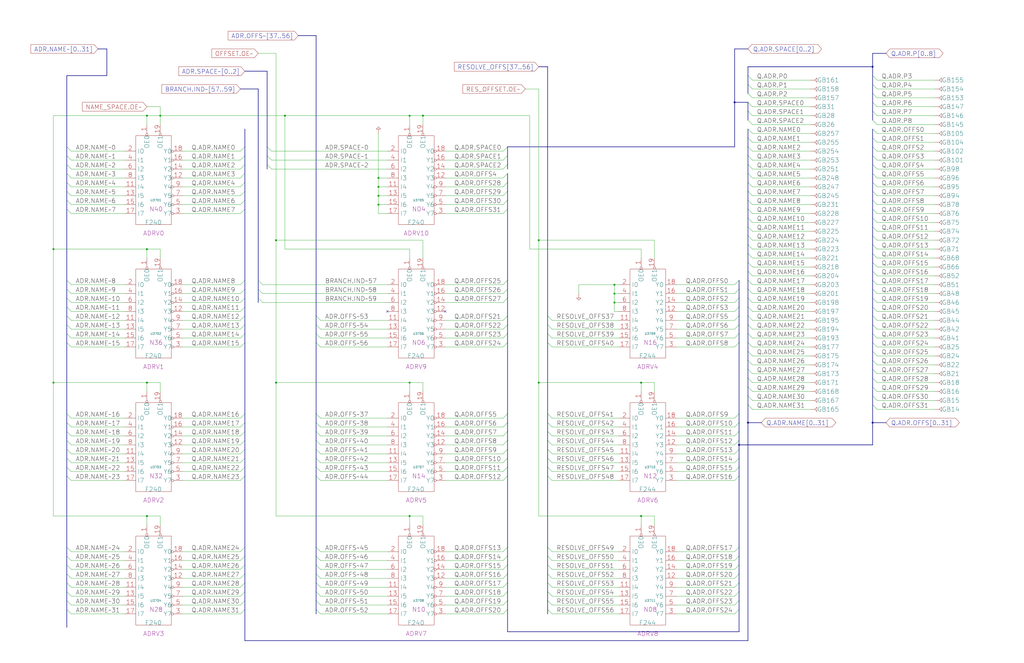
<source format=kicad_sch>
(kicad_sch (version 20220126) (generator eeschema)
  (paper "User" 584.2 378.46)
  (title_block (title "ADDRESS BUS DRIVERS") (date "22-MAY-90") (rev "1.0") (comment 1 "SEQUENCER") (comment 2 "232-003064") (comment 3 "S400") (comment 4 "RELEASED"))
  (bus (pts (xy 137.16 50.8) (xy 147.32 50.8)))
  (bus (pts (xy 139.7 104.14) (xy 139.7 109.22)))
  (bus (pts (xy 139.7 109.22) (xy 139.7 114.3)))
  (bus (pts (xy 139.7 114.3) (xy 139.7 119.38)))
  (bus (pts (xy 139.7 119.38) (xy 139.7 160.02)))
  (bus (pts (xy 139.7 160.02) (xy 139.7 165.1)))
  (bus (pts (xy 139.7 165.1) (xy 139.7 170.18)))
  (bus (pts (xy 139.7 170.18) (xy 139.7 175.26)))
  (bus (pts (xy 139.7 175.26) (xy 139.7 180.34)))
  (bus (pts (xy 139.7 180.34) (xy 139.7 185.42)))
  (bus (pts (xy 139.7 185.42) (xy 139.7 190.5)))
  (bus (pts (xy 139.7 190.5) (xy 139.7 195.58)))
  (bus (pts (xy 139.7 195.58) (xy 139.7 236.22)))
  (bus (pts (xy 139.7 236.22) (xy 139.7 241.3)))
  (bus (pts (xy 139.7 241.3) (xy 139.7 246.38)))
  (bus (pts (xy 139.7 246.38) (xy 139.7 251.46)))
  (bus (pts (xy 139.7 251.46) (xy 139.7 256.54)))
  (bus (pts (xy 139.7 256.54) (xy 139.7 261.62)))
  (bus (pts (xy 139.7 261.62) (xy 139.7 266.7)))
  (bus (pts (xy 139.7 266.7) (xy 139.7 271.78)))
  (bus (pts (xy 139.7 271.78) (xy 139.7 312.42)))
  (bus (pts (xy 139.7 312.42) (xy 139.7 317.5)))
  (bus (pts (xy 139.7 317.5) (xy 139.7 322.58)))
  (bus (pts (xy 139.7 322.58) (xy 139.7 327.66)))
  (bus (pts (xy 139.7 327.66) (xy 139.7 332.74)))
  (bus (pts (xy 139.7 332.74) (xy 139.7 337.82)))
  (bus (pts (xy 139.7 337.82) (xy 139.7 342.9)))
  (bus (pts (xy 139.7 342.9) (xy 139.7 347.98)))
  (bus (pts (xy 139.7 347.98) (xy 139.7 365.76)))
  (bus (pts (xy 139.7 365.76) (xy 426.72 365.76)))
  (bus (pts (xy 139.7 40.64) (xy 152.4 40.64)))
  (bus (pts (xy 139.7 73.66) (xy 139.7 83.82)))
  (bus (pts (xy 139.7 83.82) (xy 139.7 88.9)))
  (bus (pts (xy 139.7 88.9) (xy 139.7 93.98)))
  (bus (pts (xy 139.7 93.98) (xy 139.7 99.06)))
  (bus (pts (xy 139.7 99.06) (xy 139.7 104.14)))
  (bus (pts (xy 147.32 160.02) (xy 147.32 165.1)))
  (bus (pts (xy 147.32 165.1) (xy 147.32 170.18)))
  (bus (pts (xy 147.32 170.18) (xy 147.32 172.72)))
  (bus (pts (xy 147.32 50.8) (xy 147.32 160.02)))
  (bus (pts (xy 152.4 40.64) (xy 152.4 83.82)))
  (bus (pts (xy 152.4 83.82) (xy 152.4 88.9)))
  (bus (pts (xy 152.4 88.9) (xy 152.4 93.98)))
  (bus (pts (xy 152.4 93.98) (xy 152.4 96.52)))
  (bus (pts (xy 170.18 20.32) (xy 180.34 20.32)))
  (bus (pts (xy 180.34 180.34) (xy 180.34 185.42)))
  (bus (pts (xy 180.34 185.42) (xy 180.34 190.5)))
  (bus (pts (xy 180.34 190.5) (xy 180.34 195.58)))
  (bus (pts (xy 180.34 195.58) (xy 180.34 236.22)))
  (bus (pts (xy 180.34 20.32) (xy 180.34 180.34)))
  (bus (pts (xy 180.34 236.22) (xy 180.34 241.3)))
  (bus (pts (xy 180.34 241.3) (xy 180.34 246.38)))
  (bus (pts (xy 180.34 246.38) (xy 180.34 251.46)))
  (bus (pts (xy 180.34 251.46) (xy 180.34 256.54)))
  (bus (pts (xy 180.34 256.54) (xy 180.34 261.62)))
  (bus (pts (xy 180.34 261.62) (xy 180.34 266.7)))
  (bus (pts (xy 180.34 266.7) (xy 180.34 271.78)))
  (bus (pts (xy 180.34 271.78) (xy 180.34 312.42)))
  (bus (pts (xy 180.34 312.42) (xy 180.34 317.5)))
  (bus (pts (xy 180.34 317.5) (xy 180.34 322.58)))
  (bus (pts (xy 180.34 322.58) (xy 180.34 327.66)))
  (bus (pts (xy 180.34 327.66) (xy 180.34 332.74)))
  (bus (pts (xy 180.34 332.74) (xy 180.34 337.82)))
  (bus (pts (xy 180.34 337.82) (xy 180.34 342.9)))
  (bus (pts (xy 180.34 342.9) (xy 180.34 347.98)))
  (bus (pts (xy 180.34 347.98) (xy 180.34 350.52)))
  (bus (pts (xy 289.56 104.14) (xy 289.56 109.22)))
  (bus (pts (xy 289.56 109.22) (xy 289.56 114.3)))
  (bus (pts (xy 289.56 114.3) (xy 289.56 119.38)))
  (bus (pts (xy 289.56 119.38) (xy 289.56 160.02)))
  (bus (pts (xy 289.56 160.02) (xy 289.56 165.1)))
  (bus (pts (xy 289.56 165.1) (xy 289.56 170.18)))
  (bus (pts (xy 289.56 170.18) (xy 289.56 180.34)))
  (bus (pts (xy 289.56 180.34) (xy 289.56 185.42)))
  (bus (pts (xy 289.56 185.42) (xy 289.56 190.5)))
  (bus (pts (xy 289.56 190.5) (xy 289.56 195.58)))
  (bus (pts (xy 289.56 195.58) (xy 289.56 236.22)))
  (bus (pts (xy 289.56 236.22) (xy 289.56 241.3)))
  (bus (pts (xy 289.56 241.3) (xy 289.56 246.38)))
  (bus (pts (xy 289.56 246.38) (xy 289.56 251.46)))
  (bus (pts (xy 289.56 251.46) (xy 289.56 256.54)))
  (bus (pts (xy 289.56 256.54) (xy 289.56 261.62)))
  (bus (pts (xy 289.56 261.62) (xy 289.56 266.7)))
  (bus (pts (xy 289.56 266.7) (xy 289.56 271.78)))
  (bus (pts (xy 289.56 271.78) (xy 289.56 312.42)))
  (bus (pts (xy 289.56 312.42) (xy 289.56 317.5)))
  (bus (pts (xy 289.56 317.5) (xy 289.56 322.58)))
  (bus (pts (xy 289.56 322.58) (xy 289.56 327.66)))
  (bus (pts (xy 289.56 327.66) (xy 289.56 332.74)))
  (bus (pts (xy 289.56 332.74) (xy 289.56 337.82)))
  (bus (pts (xy 289.56 337.82) (xy 289.56 342.9)))
  (bus (pts (xy 289.56 342.9) (xy 289.56 347.98)))
  (bus (pts (xy 289.56 347.98) (xy 289.56 360.68)))
  (bus (pts (xy 289.56 360.68) (xy 421.64 360.68)))
  (bus (pts (xy 289.56 83.82) (xy 289.56 88.9)))
  (bus (pts (xy 289.56 83.82) (xy 419.1 83.82)))
  (bus (pts (xy 289.56 88.9) (xy 289.56 93.98)))
  (bus (pts (xy 289.56 93.98) (xy 289.56 96.52)))
  (bus (pts (xy 289.56 99.06) (xy 289.56 104.14)))
  (bus (pts (xy 307.34 38.1) (xy 312.42 38.1)))
  (bus (pts (xy 312.42 180.34) (xy 312.42 185.42)))
  (bus (pts (xy 312.42 185.42) (xy 312.42 190.5)))
  (bus (pts (xy 312.42 190.5) (xy 312.42 195.58)))
  (bus (pts (xy 312.42 195.58) (xy 312.42 236.22)))
  (bus (pts (xy 312.42 236.22) (xy 312.42 241.3)))
  (bus (pts (xy 312.42 241.3) (xy 312.42 246.38)))
  (bus (pts (xy 312.42 246.38) (xy 312.42 251.46)))
  (bus (pts (xy 312.42 251.46) (xy 312.42 256.54)))
  (bus (pts (xy 312.42 256.54) (xy 312.42 261.62)))
  (bus (pts (xy 312.42 261.62) (xy 312.42 266.7)))
  (bus (pts (xy 312.42 266.7) (xy 312.42 271.78)))
  (bus (pts (xy 312.42 271.78) (xy 312.42 312.42)))
  (bus (pts (xy 312.42 312.42) (xy 312.42 317.5)))
  (bus (pts (xy 312.42 317.5) (xy 312.42 322.58)))
  (bus (pts (xy 312.42 322.58) (xy 312.42 327.66)))
  (bus (pts (xy 312.42 327.66) (xy 312.42 332.74)))
  (bus (pts (xy 312.42 332.74) (xy 312.42 337.82)))
  (bus (pts (xy 312.42 337.82) (xy 312.42 342.9)))
  (bus (pts (xy 312.42 342.9) (xy 312.42 347.98)))
  (bus (pts (xy 312.42 347.98) (xy 312.42 350.52)))
  (bus (pts (xy 312.42 38.1) (xy 312.42 180.34)))
  (bus (pts (xy 38.1 104.14) (xy 38.1 109.22)))
  (bus (pts (xy 38.1 109.22) (xy 38.1 114.3)))
  (bus (pts (xy 38.1 114.3) (xy 38.1 119.38)))
  (bus (pts (xy 38.1 119.38) (xy 38.1 160.02)))
  (bus (pts (xy 38.1 160.02) (xy 38.1 165.1)))
  (bus (pts (xy 38.1 165.1) (xy 38.1 170.18)))
  (bus (pts (xy 38.1 170.18) (xy 38.1 175.26)))
  (bus (pts (xy 38.1 175.26) (xy 38.1 180.34)))
  (bus (pts (xy 38.1 180.34) (xy 38.1 185.42)))
  (bus (pts (xy 38.1 185.42) (xy 38.1 190.5)))
  (bus (pts (xy 38.1 190.5) (xy 38.1 195.58)))
  (bus (pts (xy 38.1 195.58) (xy 38.1 236.22)))
  (bus (pts (xy 38.1 236.22) (xy 38.1 241.3)))
  (bus (pts (xy 38.1 241.3) (xy 38.1 246.38)))
  (bus (pts (xy 38.1 246.38) (xy 38.1 251.46)))
  (bus (pts (xy 38.1 251.46) (xy 38.1 256.54)))
  (bus (pts (xy 38.1 256.54) (xy 38.1 261.62)))
  (bus (pts (xy 38.1 261.62) (xy 38.1 266.7)))
  (bus (pts (xy 38.1 266.7) (xy 38.1 271.78)))
  (bus (pts (xy 38.1 271.78) (xy 38.1 312.42)))
  (bus (pts (xy 38.1 312.42) (xy 38.1 317.5)))
  (bus (pts (xy 38.1 317.5) (xy 38.1 322.58)))
  (bus (pts (xy 38.1 322.58) (xy 38.1 327.66)))
  (bus (pts (xy 38.1 327.66) (xy 38.1 332.74)))
  (bus (pts (xy 38.1 332.74) (xy 38.1 337.82)))
  (bus (pts (xy 38.1 337.82) (xy 38.1 342.9)))
  (bus (pts (xy 38.1 342.9) (xy 38.1 347.98)))
  (bus (pts (xy 38.1 347.98) (xy 38.1 358.14)))
  (bus (pts (xy 38.1 43.18) (xy 38.1 83.82)))
  (bus (pts (xy 38.1 83.82) (xy 38.1 88.9)))
  (bus (pts (xy 38.1 88.9) (xy 38.1 93.98)))
  (bus (pts (xy 38.1 93.98) (xy 38.1 99.06)))
  (bus (pts (xy 38.1 99.06) (xy 38.1 104.14)))
  (bus (pts (xy 419.1 27.94) (xy 426.72 27.94)))
  (bus (pts (xy 419.1 58.42) (xy 419.1 27.94)))
  (bus (pts (xy 419.1 83.82) (xy 419.1 58.42)))
  (bus (pts (xy 421.64 160.02) (xy 421.64 165.1)))
  (bus (pts (xy 421.64 165.1) (xy 421.64 170.18)))
  (bus (pts (xy 421.64 170.18) (xy 421.64 175.26)))
  (bus (pts (xy 421.64 175.26) (xy 421.64 180.34)))
  (bus (pts (xy 421.64 180.34) (xy 421.64 185.42)))
  (bus (pts (xy 421.64 185.42) (xy 421.64 190.5)))
  (bus (pts (xy 421.64 190.5) (xy 421.64 195.58)))
  (bus (pts (xy 421.64 195.58) (xy 421.64 236.22)))
  (bus (pts (xy 421.64 236.22) (xy 421.64 241.3)))
  (bus (pts (xy 421.64 241.3) (xy 421.64 246.38)))
  (bus (pts (xy 421.64 246.38) (xy 421.64 251.46)))
  (bus (pts (xy 421.64 251.46) (xy 421.64 254)))
  (bus (pts (xy 421.64 254) (xy 421.64 256.54)))
  (bus (pts (xy 421.64 254) (xy 497.84 254)))
  (bus (pts (xy 421.64 256.54) (xy 421.64 261.62)))
  (bus (pts (xy 421.64 261.62) (xy 421.64 266.7)))
  (bus (pts (xy 421.64 266.7) (xy 421.64 271.78)))
  (bus (pts (xy 421.64 271.78) (xy 421.64 312.42)))
  (bus (pts (xy 421.64 312.42) (xy 421.64 317.5)))
  (bus (pts (xy 421.64 317.5) (xy 421.64 322.58)))
  (bus (pts (xy 421.64 322.58) (xy 421.64 327.66)))
  (bus (pts (xy 421.64 327.66) (xy 421.64 332.74)))
  (bus (pts (xy 421.64 332.74) (xy 421.64 337.82)))
  (bus (pts (xy 421.64 337.82) (xy 421.64 342.9)))
  (bus (pts (xy 421.64 342.9) (xy 421.64 347.98)))
  (bus (pts (xy 421.64 347.98) (xy 421.64 360.68)))
  (bus (pts (xy 426.72 104.14) (xy 426.72 109.22)))
  (bus (pts (xy 426.72 109.22) (xy 426.72 114.3)))
  (bus (pts (xy 426.72 114.3) (xy 426.72 119.38)))
  (bus (pts (xy 426.72 119.38) (xy 426.72 124.46)))
  (bus (pts (xy 426.72 124.46) (xy 426.72 129.54)))
  (bus (pts (xy 426.72 129.54) (xy 426.72 134.62)))
  (bus (pts (xy 426.72 134.62) (xy 426.72 139.7)))
  (bus (pts (xy 426.72 139.7) (xy 426.72 144.78)))
  (bus (pts (xy 426.72 144.78) (xy 426.72 149.86)))
  (bus (pts (xy 426.72 149.86) (xy 426.72 154.94)))
  (bus (pts (xy 426.72 154.94) (xy 426.72 160.02)))
  (bus (pts (xy 426.72 160.02) (xy 426.72 165.1)))
  (bus (pts (xy 426.72 165.1) (xy 426.72 170.18)))
  (bus (pts (xy 426.72 170.18) (xy 426.72 175.26)))
  (bus (pts (xy 426.72 175.26) (xy 426.72 180.34)))
  (bus (pts (xy 426.72 180.34) (xy 426.72 185.42)))
  (bus (pts (xy 426.72 185.42) (xy 426.72 190.5)))
  (bus (pts (xy 426.72 190.5) (xy 426.72 195.58)))
  (bus (pts (xy 426.72 195.58) (xy 426.72 200.66)))
  (bus (pts (xy 426.72 200.66) (xy 426.72 205.74)))
  (bus (pts (xy 426.72 205.74) (xy 426.72 210.82)))
  (bus (pts (xy 426.72 210.82) (xy 426.72 215.9)))
  (bus (pts (xy 426.72 215.9) (xy 426.72 220.98)))
  (bus (pts (xy 426.72 220.98) (xy 426.72 226.06)))
  (bus (pts (xy 426.72 226.06) (xy 426.72 231.14)))
  (bus (pts (xy 426.72 231.14) (xy 426.72 241.3)))
  (bus (pts (xy 426.72 241.3) (xy 434.34 241.3)))
  (bus (pts (xy 426.72 365.76) (xy 426.72 241.3)))
  (bus (pts (xy 426.72 38.1) (xy 426.72 43.18)))
  (bus (pts (xy 426.72 43.18) (xy 426.72 48.26)))
  (bus (pts (xy 426.72 48.26) (xy 426.72 53.34)))
  (bus (pts (xy 426.72 58.42) (xy 419.1 58.42)))
  (bus (pts (xy 426.72 58.42) (xy 426.72 63.5)))
  (bus (pts (xy 426.72 63.5) (xy 426.72 68.58)))
  (bus (pts (xy 426.72 73.66) (xy 426.72 78.74)))
  (bus (pts (xy 426.72 78.74) (xy 426.72 83.82)))
  (bus (pts (xy 426.72 83.82) (xy 426.72 88.9)))
  (bus (pts (xy 426.72 88.9) (xy 426.72 93.98)))
  (bus (pts (xy 426.72 93.98) (xy 426.72 99.06)))
  (bus (pts (xy 426.72 99.06) (xy 426.72 104.14)))
  (bus (pts (xy 497.84 104.14) (xy 497.84 109.22)))
  (bus (pts (xy 497.84 109.22) (xy 497.84 114.3)))
  (bus (pts (xy 497.84 114.3) (xy 497.84 119.38)))
  (bus (pts (xy 497.84 119.38) (xy 497.84 124.46)))
  (bus (pts (xy 497.84 124.46) (xy 497.84 129.54)))
  (bus (pts (xy 497.84 129.54) (xy 497.84 134.62)))
  (bus (pts (xy 497.84 134.62) (xy 497.84 139.7)))
  (bus (pts (xy 497.84 139.7) (xy 497.84 144.78)))
  (bus (pts (xy 497.84 144.78) (xy 497.84 149.86)))
  (bus (pts (xy 497.84 149.86) (xy 497.84 154.94)))
  (bus (pts (xy 497.84 154.94) (xy 497.84 160.02)))
  (bus (pts (xy 497.84 160.02) (xy 497.84 165.1)))
  (bus (pts (xy 497.84 165.1) (xy 497.84 170.18)))
  (bus (pts (xy 497.84 170.18) (xy 497.84 175.26)))
  (bus (pts (xy 497.84 175.26) (xy 497.84 180.34)))
  (bus (pts (xy 497.84 180.34) (xy 497.84 185.42)))
  (bus (pts (xy 497.84 185.42) (xy 497.84 190.5)))
  (bus (pts (xy 497.84 190.5) (xy 497.84 195.58)))
  (bus (pts (xy 497.84 195.58) (xy 497.84 200.66)))
  (bus (pts (xy 497.84 200.66) (xy 497.84 205.74)))
  (bus (pts (xy 497.84 205.74) (xy 497.84 210.82)))
  (bus (pts (xy 497.84 210.82) (xy 497.84 215.9)))
  (bus (pts (xy 497.84 215.9) (xy 497.84 220.98)))
  (bus (pts (xy 497.84 220.98) (xy 497.84 226.06)))
  (bus (pts (xy 497.84 226.06) (xy 497.84 231.14)))
  (bus (pts (xy 497.84 231.14) (xy 497.84 241.3)))
  (bus (pts (xy 497.84 241.3) (xy 505.46 241.3)))
  (bus (pts (xy 497.84 254) (xy 497.84 241.3)))
  (bus (pts (xy 497.84 30.48) (xy 505.46 30.48)))
  (bus (pts (xy 497.84 38.1) (xy 426.72 38.1)))
  (bus (pts (xy 497.84 38.1) (xy 497.84 30.48)))
  (bus (pts (xy 497.84 38.1) (xy 497.84 43.18)))
  (bus (pts (xy 497.84 43.18) (xy 497.84 48.26)))
  (bus (pts (xy 497.84 48.26) (xy 497.84 53.34)))
  (bus (pts (xy 497.84 53.34) (xy 497.84 58.42)))
  (bus (pts (xy 497.84 58.42) (xy 497.84 63.5)))
  (bus (pts (xy 497.84 63.5) (xy 497.84 68.58)))
  (bus (pts (xy 497.84 73.66) (xy 497.84 78.74)))
  (bus (pts (xy 497.84 78.74) (xy 497.84 83.82)))
  (bus (pts (xy 497.84 83.82) (xy 497.84 88.9)))
  (bus (pts (xy 497.84 88.9) (xy 497.84 93.98)))
  (bus (pts (xy 497.84 93.98) (xy 497.84 99.06)))
  (bus (pts (xy 497.84 99.06) (xy 497.84 104.14)))
  (bus (pts (xy 55.88 27.94) (xy 60.96 27.94)))
  (bus (pts (xy 60.96 27.94) (xy 60.96 43.18)))
  (bus (pts (xy 60.96 43.18) (xy 38.1 43.18)))
  (wire (pts (xy 104.14 101.6) (xy 137.16 101.6)))
  (wire (pts (xy 104.14 106.68) (xy 137.16 106.68)))
  (wire (pts (xy 104.14 111.76) (xy 137.16 111.76)))
  (wire (pts (xy 104.14 116.84) (xy 137.16 116.84)))
  (wire (pts (xy 104.14 121.92) (xy 137.16 121.92)))
  (wire (pts (xy 104.14 162.56) (xy 137.16 162.56)))
  (wire (pts (xy 104.14 167.64) (xy 137.16 167.64)))
  (wire (pts (xy 104.14 172.72) (xy 137.16 172.72)))
  (wire (pts (xy 104.14 177.8) (xy 137.16 177.8)))
  (wire (pts (xy 104.14 182.88) (xy 137.16 182.88)))
  (wire (pts (xy 104.14 187.96) (xy 137.16 187.96)))
  (wire (pts (xy 104.14 193.04) (xy 137.16 193.04)))
  (wire (pts (xy 104.14 198.12) (xy 137.16 198.12)))
  (wire (pts (xy 104.14 238.76) (xy 137.16 238.76)))
  (wire (pts (xy 104.14 243.84) (xy 137.16 243.84)))
  (wire (pts (xy 104.14 248.92) (xy 137.16 248.92)))
  (wire (pts (xy 104.14 254) (xy 137.16 254)))
  (wire (pts (xy 104.14 259.08) (xy 137.16 259.08)))
  (wire (pts (xy 104.14 264.16) (xy 137.16 264.16)))
  (wire (pts (xy 104.14 269.24) (xy 137.16 269.24)))
  (wire (pts (xy 104.14 274.32) (xy 137.16 274.32)))
  (wire (pts (xy 104.14 314.96) (xy 137.16 314.96)))
  (wire (pts (xy 104.14 320.04) (xy 137.16 320.04)))
  (wire (pts (xy 104.14 325.12) (xy 137.16 325.12)))
  (wire (pts (xy 104.14 330.2) (xy 137.16 330.2)))
  (wire (pts (xy 104.14 335.28) (xy 137.16 335.28)))
  (wire (pts (xy 104.14 340.36) (xy 137.16 340.36)))
  (wire (pts (xy 104.14 345.44) (xy 137.16 345.44)))
  (wire (pts (xy 104.14 350.52) (xy 137.16 350.52)))
  (wire (pts (xy 104.14 86.36) (xy 137.16 86.36)))
  (wire (pts (xy 104.14 91.44) (xy 137.16 91.44)))
  (wire (pts (xy 104.14 96.52) (xy 137.16 96.52)))
  (wire (pts (xy 147.32 30.48) (xy 157.48 30.48)))
  (wire (pts (xy 149.86 162.56) (xy 220.98 162.56)))
  (wire (pts (xy 149.86 167.64) (xy 220.98 167.64)))
  (wire (pts (xy 149.86 172.72) (xy 220.98 172.72)))
  (wire (pts (xy 154.94 86.36) (xy 220.98 86.36)))
  (wire (pts (xy 154.94 91.44) (xy 220.98 91.44)))
  (wire (pts (xy 154.94 96.52) (xy 220.98 96.52)))
  (wire (pts (xy 157.48 137.16) (xy 157.48 30.48)))
  (wire (pts (xy 157.48 137.16) (xy 241.3 137.16)))
  (wire (pts (xy 157.48 218.44) (xy 157.48 137.16)))
  (wire (pts (xy 157.48 218.44) (xy 233.68 218.44)))
  (wire (pts (xy 157.48 294.64) (xy 157.48 218.44)))
  (wire (pts (xy 162.56 142.24) (xy 233.68 142.24)))
  (wire (pts (xy 162.56 66.04) (xy 162.56 142.24)))
  (wire (pts (xy 162.56 66.04) (xy 233.68 66.04)))
  (wire (pts (xy 182.88 182.88) (xy 220.98 182.88)))
  (wire (pts (xy 182.88 187.96) (xy 220.98 187.96)))
  (wire (pts (xy 182.88 193.04) (xy 220.98 193.04)))
  (wire (pts (xy 182.88 198.12) (xy 220.98 198.12)))
  (wire (pts (xy 182.88 238.76) (xy 220.98 238.76)))
  (wire (pts (xy 182.88 243.84) (xy 220.98 243.84)))
  (wire (pts (xy 182.88 248.92) (xy 220.98 248.92)))
  (wire (pts (xy 182.88 254) (xy 220.98 254)))
  (wire (pts (xy 182.88 259.08) (xy 220.98 259.08)))
  (wire (pts (xy 182.88 264.16) (xy 220.98 264.16)))
  (wire (pts (xy 182.88 269.24) (xy 220.98 269.24)))
  (wire (pts (xy 182.88 274.32) (xy 220.98 274.32)))
  (wire (pts (xy 182.88 314.96) (xy 220.98 314.96)))
  (wire (pts (xy 182.88 320.04) (xy 220.98 320.04)))
  (wire (pts (xy 182.88 325.12) (xy 220.98 325.12)))
  (wire (pts (xy 182.88 330.2) (xy 220.98 330.2)))
  (wire (pts (xy 182.88 335.28) (xy 220.98 335.28)))
  (wire (pts (xy 182.88 340.36) (xy 220.98 340.36)))
  (wire (pts (xy 182.88 345.44) (xy 220.98 345.44)))
  (wire (pts (xy 182.88 350.52) (xy 220.98 350.52)))
  (wire (pts (xy 215.9 101.6) (xy 215.9 106.68)))
  (wire (pts (xy 215.9 101.6) (xy 220.98 101.6)))
  (wire (pts (xy 215.9 106.68) (xy 215.9 111.76)))
  (wire (pts (xy 215.9 106.68) (xy 220.98 106.68)))
  (wire (pts (xy 215.9 111.76) (xy 215.9 116.84)))
  (wire (pts (xy 215.9 111.76) (xy 220.98 111.76)))
  (wire (pts (xy 215.9 116.84) (xy 215.9 121.92)))
  (wire (pts (xy 215.9 116.84) (xy 220.98 116.84)))
  (wire (pts (xy 215.9 76.2) (xy 215.9 101.6)))
  (wire (pts (xy 220.98 121.92) (xy 215.9 121.92)))
  (wire (pts (xy 233.68 142.24) (xy 233.68 147.32)))
  (wire (pts (xy 233.68 218.44) (xy 233.68 223.52)))
  (wire (pts (xy 233.68 218.44) (xy 241.3 218.44)))
  (wire (pts (xy 233.68 294.64) (xy 157.48 294.64)))
  (wire (pts (xy 233.68 294.64) (xy 233.68 299.72)))
  (wire (pts (xy 233.68 66.04) (xy 233.68 71.12)))
  (wire (pts (xy 233.68 66.04) (xy 241.3 66.04)))
  (wire (pts (xy 241.3 137.16) (xy 241.3 147.32)))
  (wire (pts (xy 241.3 218.44) (xy 241.3 223.52)))
  (wire (pts (xy 241.3 294.64) (xy 233.68 294.64)))
  (wire (pts (xy 241.3 299.72) (xy 241.3 294.64)))
  (wire (pts (xy 241.3 66.04) (xy 241.3 71.12)))
  (wire (pts (xy 241.3 66.04) (xy 302.26 66.04)))
  (wire (pts (xy 254 101.6) (xy 287.02 101.6)))
  (wire (pts (xy 254 106.68) (xy 287.02 106.68)))
  (wire (pts (xy 254 111.76) (xy 287.02 111.76)))
  (wire (pts (xy 254 116.84) (xy 287.02 116.84)))
  (wire (pts (xy 254 121.92) (xy 287.02 121.92)))
  (wire (pts (xy 254 162.56) (xy 287.02 162.56)))
  (wire (pts (xy 254 167.64) (xy 287.02 167.64)))
  (wire (pts (xy 254 172.72) (xy 287.02 172.72)))
  (wire (pts (xy 254 182.88) (xy 287.02 182.88)))
  (wire (pts (xy 254 187.96) (xy 287.02 187.96)))
  (wire (pts (xy 254 193.04) (xy 287.02 193.04)))
  (wire (pts (xy 254 198.12) (xy 287.02 198.12)))
  (wire (pts (xy 254 238.76) (xy 287.02 238.76)))
  (wire (pts (xy 254 243.84) (xy 287.02 243.84)))
  (wire (pts (xy 254 248.92) (xy 287.02 248.92)))
  (wire (pts (xy 254 254) (xy 287.02 254)))
  (wire (pts (xy 254 259.08) (xy 287.02 259.08)))
  (wire (pts (xy 254 264.16) (xy 287.02 264.16)))
  (wire (pts (xy 254 269.24) (xy 287.02 269.24)))
  (wire (pts (xy 254 274.32) (xy 287.02 274.32)))
  (wire (pts (xy 254 314.96) (xy 287.02 314.96)))
  (wire (pts (xy 254 320.04) (xy 287.02 320.04)))
  (wire (pts (xy 254 325.12) (xy 287.02 325.12)))
  (wire (pts (xy 254 330.2) (xy 287.02 330.2)))
  (wire (pts (xy 254 335.28) (xy 287.02 335.28)))
  (wire (pts (xy 254 340.36) (xy 287.02 340.36)))
  (wire (pts (xy 254 345.44) (xy 287.02 345.44)))
  (wire (pts (xy 254 350.52) (xy 287.02 350.52)))
  (wire (pts (xy 254 86.36) (xy 287.02 86.36)))
  (wire (pts (xy 254 91.44) (xy 287.02 91.44)))
  (wire (pts (xy 254 96.52) (xy 287.02 96.52)))
  (wire (pts (xy 299.72 50.8) (xy 307.34 50.8)))
  (wire (pts (xy 30.48 142.24) (xy 30.48 218.44)))
  (wire (pts (xy 30.48 142.24) (xy 83.82 142.24)))
  (wire (pts (xy 30.48 218.44) (xy 30.48 294.64)))
  (wire (pts (xy 30.48 218.44) (xy 83.82 218.44)))
  (wire (pts (xy 30.48 294.64) (xy 83.82 294.64)))
  (wire (pts (xy 30.48 66.04) (xy 30.48 142.24)))
  (wire (pts (xy 30.48 66.04) (xy 83.82 66.04)))
  (wire (pts (xy 302.26 142.24) (xy 365.76 142.24)))
  (wire (pts (xy 302.26 66.04) (xy 302.26 142.24)))
  (wire (pts (xy 307.34 137.16) (xy 373.38 137.16)))
  (wire (pts (xy 307.34 218.44) (xy 307.34 137.16)))
  (wire (pts (xy 307.34 218.44) (xy 365.76 218.44)))
  (wire (pts (xy 307.34 294.64) (xy 307.34 218.44)))
  (wire (pts (xy 307.34 294.64) (xy 365.76 294.64)))
  (wire (pts (xy 307.34 50.8) (xy 307.34 137.16)))
  (wire (pts (xy 314.96 182.88) (xy 353.06 182.88)))
  (wire (pts (xy 314.96 187.96) (xy 353.06 187.96)))
  (wire (pts (xy 314.96 193.04) (xy 353.06 193.04)))
  (wire (pts (xy 314.96 198.12) (xy 353.06 198.12)))
  (wire (pts (xy 314.96 238.76) (xy 353.06 238.76)))
  (wire (pts (xy 314.96 243.84) (xy 353.06 243.84)))
  (wire (pts (xy 314.96 248.92) (xy 353.06 248.92)))
  (wire (pts (xy 314.96 254) (xy 353.06 254)))
  (wire (pts (xy 314.96 259.08) (xy 353.06 259.08)))
  (wire (pts (xy 314.96 264.16) (xy 353.06 264.16)))
  (wire (pts (xy 314.96 269.24) (xy 353.06 269.24)))
  (wire (pts (xy 314.96 274.32) (xy 353.06 274.32)))
  (wire (pts (xy 314.96 314.96) (xy 353.06 314.96)))
  (wire (pts (xy 314.96 320.04) (xy 353.06 320.04)))
  (wire (pts (xy 314.96 325.12) (xy 353.06 325.12)))
  (wire (pts (xy 314.96 330.2) (xy 353.06 330.2)))
  (wire (pts (xy 314.96 335.28) (xy 353.06 335.28)))
  (wire (pts (xy 314.96 340.36) (xy 353.06 340.36)))
  (wire (pts (xy 314.96 345.44) (xy 353.06 345.44)))
  (wire (pts (xy 314.96 350.52) (xy 353.06 350.52)))
  (wire (pts (xy 330.2 162.56) (xy 330.2 167.64)))
  (wire (pts (xy 350.52 162.56) (xy 330.2 162.56)))
  (wire (pts (xy 350.52 162.56) (xy 353.06 162.56)))
  (wire (pts (xy 350.52 167.64) (xy 350.52 162.56)))
  (wire (pts (xy 350.52 167.64) (xy 353.06 167.64)))
  (wire (pts (xy 350.52 172.72) (xy 350.52 167.64)))
  (wire (pts (xy 350.52 172.72) (xy 353.06 172.72)))
  (wire (pts (xy 350.52 177.8) (xy 350.52 172.72)))
  (wire (pts (xy 353.06 177.8) (xy 350.52 177.8)))
  (wire (pts (xy 365.76 142.24) (xy 365.76 147.32)))
  (wire (pts (xy 365.76 218.44) (xy 365.76 223.52)))
  (wire (pts (xy 365.76 218.44) (xy 373.38 218.44)))
  (wire (pts (xy 365.76 294.64) (xy 365.76 299.72)))
  (wire (pts (xy 365.76 294.64) (xy 373.38 294.64)))
  (wire (pts (xy 373.38 137.16) (xy 373.38 147.32)))
  (wire (pts (xy 373.38 218.44) (xy 373.38 223.52)))
  (wire (pts (xy 373.38 294.64) (xy 373.38 299.72)))
  (wire (pts (xy 386.08 162.56) (xy 419.1 162.56)))
  (wire (pts (xy 386.08 167.64) (xy 419.1 167.64)))
  (wire (pts (xy 386.08 172.72) (xy 419.1 172.72)))
  (wire (pts (xy 386.08 177.8) (xy 419.1 177.8)))
  (wire (pts (xy 386.08 182.88) (xy 419.1 182.88)))
  (wire (pts (xy 386.08 187.96) (xy 419.1 187.96)))
  (wire (pts (xy 386.08 193.04) (xy 419.1 193.04)))
  (wire (pts (xy 386.08 198.12) (xy 419.1 198.12)))
  (wire (pts (xy 386.08 238.76) (xy 419.1 238.76)))
  (wire (pts (xy 386.08 243.84) (xy 419.1 243.84)))
  (wire (pts (xy 386.08 248.92) (xy 419.1 248.92)))
  (wire (pts (xy 386.08 254) (xy 419.1 254)))
  (wire (pts (xy 386.08 259.08) (xy 419.1 259.08)))
  (wire (pts (xy 386.08 264.16) (xy 419.1 264.16)))
  (wire (pts (xy 386.08 269.24) (xy 419.1 269.24)))
  (wire (pts (xy 386.08 274.32) (xy 419.1 274.32)))
  (wire (pts (xy 386.08 314.96) (xy 419.1 314.96)))
  (wire (pts (xy 386.08 320.04) (xy 419.1 320.04)))
  (wire (pts (xy 386.08 325.12) (xy 419.1 325.12)))
  (wire (pts (xy 386.08 330.2) (xy 419.1 330.2)))
  (wire (pts (xy 386.08 335.28) (xy 419.1 335.28)))
  (wire (pts (xy 386.08 340.36) (xy 419.1 340.36)))
  (wire (pts (xy 386.08 345.44) (xy 419.1 345.44)))
  (wire (pts (xy 386.08 350.52) (xy 419.1 350.52)))
  (wire (pts (xy 40.64 101.6) (xy 71.12 101.6)))
  (wire (pts (xy 40.64 106.68) (xy 71.12 106.68)))
  (wire (pts (xy 40.64 111.76) (xy 71.12 111.76)))
  (wire (pts (xy 40.64 116.84) (xy 71.12 116.84)))
  (wire (pts (xy 40.64 121.92) (xy 71.12 121.92)))
  (wire (pts (xy 40.64 162.56) (xy 71.12 162.56)))
  (wire (pts (xy 40.64 167.64) (xy 71.12 167.64)))
  (wire (pts (xy 40.64 172.72) (xy 71.12 172.72)))
  (wire (pts (xy 40.64 177.8) (xy 71.12 177.8)))
  (wire (pts (xy 40.64 182.88) (xy 71.12 182.88)))
  (wire (pts (xy 40.64 187.96) (xy 71.12 187.96)))
  (wire (pts (xy 40.64 193.04) (xy 71.12 193.04)))
  (wire (pts (xy 40.64 198.12) (xy 71.12 198.12)))
  (wire (pts (xy 40.64 238.76) (xy 71.12 238.76)))
  (wire (pts (xy 40.64 243.84) (xy 71.12 243.84)))
  (wire (pts (xy 40.64 248.92) (xy 71.12 248.92)))
  (wire (pts (xy 40.64 254) (xy 71.12 254)))
  (wire (pts (xy 40.64 259.08) (xy 71.12 259.08)))
  (wire (pts (xy 40.64 264.16) (xy 71.12 264.16)))
  (wire (pts (xy 40.64 269.24) (xy 71.12 269.24)))
  (wire (pts (xy 40.64 274.32) (xy 71.12 274.32)))
  (wire (pts (xy 40.64 314.96) (xy 71.12 314.96)))
  (wire (pts (xy 40.64 320.04) (xy 71.12 320.04)))
  (wire (pts (xy 40.64 325.12) (xy 71.12 325.12)))
  (wire (pts (xy 40.64 330.2) (xy 71.12 330.2)))
  (wire (pts (xy 40.64 335.28) (xy 71.12 335.28)))
  (wire (pts (xy 40.64 340.36) (xy 71.12 340.36)))
  (wire (pts (xy 40.64 345.44) (xy 71.12 345.44)))
  (wire (pts (xy 40.64 350.52) (xy 71.12 350.52)))
  (wire (pts (xy 40.64 86.36) (xy 71.12 86.36)))
  (wire (pts (xy 40.64 91.44) (xy 71.12 91.44)))
  (wire (pts (xy 40.64 96.52) (xy 71.12 96.52)))
  (wire (pts (xy 429.26 101.6) (xy 462.28 101.6)))
  (wire (pts (xy 429.26 106.68) (xy 462.28 106.68)))
  (wire (pts (xy 429.26 111.76) (xy 462.28 111.76)))
  (wire (pts (xy 429.26 116.84) (xy 462.28 116.84)))
  (wire (pts (xy 429.26 121.92) (xy 462.28 121.92)))
  (wire (pts (xy 429.26 127) (xy 462.28 127)))
  (wire (pts (xy 429.26 132.08) (xy 462.28 132.08)))
  (wire (pts (xy 429.26 137.16) (xy 462.28 137.16)))
  (wire (pts (xy 429.26 142.24) (xy 462.28 142.24)))
  (wire (pts (xy 429.26 147.32) (xy 462.28 147.32)))
  (wire (pts (xy 429.26 152.4) (xy 462.28 152.4)))
  (wire (pts (xy 429.26 157.48) (xy 462.28 157.48)))
  (wire (pts (xy 429.26 162.56) (xy 462.28 162.56)))
  (wire (pts (xy 429.26 167.64) (xy 462.28 167.64)))
  (wire (pts (xy 429.26 172.72) (xy 462.28 172.72)))
  (wire (pts (xy 429.26 177.8) (xy 462.28 177.8)))
  (wire (pts (xy 429.26 182.88) (xy 462.28 182.88)))
  (wire (pts (xy 429.26 187.96) (xy 462.28 187.96)))
  (wire (pts (xy 429.26 193.04) (xy 462.28 193.04)))
  (wire (pts (xy 429.26 198.12) (xy 462.28 198.12)))
  (wire (pts (xy 429.26 203.2) (xy 462.28 203.2)))
  (wire (pts (xy 429.26 208.28) (xy 462.28 208.28)))
  (wire (pts (xy 429.26 213.36) (xy 462.28 213.36)))
  (wire (pts (xy 429.26 218.44) (xy 462.28 218.44)))
  (wire (pts (xy 429.26 223.52) (xy 462.28 223.52)))
  (wire (pts (xy 429.26 228.6) (xy 462.28 228.6)))
  (wire (pts (xy 429.26 233.68) (xy 462.28 233.68)))
  (wire (pts (xy 429.26 45.72) (xy 462.28 45.72)))
  (wire (pts (xy 429.26 50.8) (xy 462.28 50.8)))
  (wire (pts (xy 429.26 55.88) (xy 462.28 55.88)))
  (wire (pts (xy 429.26 60.96) (xy 462.28 60.96)))
  (wire (pts (xy 429.26 66.04) (xy 462.28 66.04)))
  (wire (pts (xy 429.26 71.12) (xy 462.28 71.12)))
  (wire (pts (xy 429.26 76.2) (xy 462.28 76.2)))
  (wire (pts (xy 429.26 81.28) (xy 462.28 81.28)))
  (wire (pts (xy 429.26 86.36) (xy 462.28 86.36)))
  (wire (pts (xy 429.26 91.44) (xy 462.28 91.44)))
  (wire (pts (xy 429.26 96.52) (xy 462.28 96.52)))
  (wire (pts (xy 500.38 101.6) (xy 533.4 101.6)))
  (wire (pts (xy 500.38 106.68) (xy 533.4 106.68)))
  (wire (pts (xy 500.38 111.76) (xy 533.4 111.76)))
  (wire (pts (xy 500.38 116.84) (xy 533.4 116.84)))
  (wire (pts (xy 500.38 121.92) (xy 533.4 121.92)))
  (wire (pts (xy 500.38 127) (xy 533.4 127)))
  (wire (pts (xy 500.38 132.08) (xy 533.4 132.08)))
  (wire (pts (xy 500.38 137.16) (xy 533.4 137.16)))
  (wire (pts (xy 500.38 142.24) (xy 533.4 142.24)))
  (wire (pts (xy 500.38 147.32) (xy 533.4 147.32)))
  (wire (pts (xy 500.38 152.4) (xy 533.4 152.4)))
  (wire (pts (xy 500.38 157.48) (xy 533.4 157.48)))
  (wire (pts (xy 500.38 162.56) (xy 533.4 162.56)))
  (wire (pts (xy 500.38 167.64) (xy 533.4 167.64)))
  (wire (pts (xy 500.38 172.72) (xy 533.4 172.72)))
  (wire (pts (xy 500.38 177.8) (xy 533.4 177.8)))
  (wire (pts (xy 500.38 182.88) (xy 533.4 182.88)))
  (wire (pts (xy 500.38 187.96) (xy 533.4 187.96)))
  (wire (pts (xy 500.38 193.04) (xy 533.4 193.04)))
  (wire (pts (xy 500.38 198.12) (xy 533.4 198.12)))
  (wire (pts (xy 500.38 203.2) (xy 533.4 203.2)))
  (wire (pts (xy 500.38 208.28) (xy 533.4 208.28)))
  (wire (pts (xy 500.38 213.36) (xy 533.4 213.36)))
  (wire (pts (xy 500.38 218.44) (xy 533.4 218.44)))
  (wire (pts (xy 500.38 223.52) (xy 533.4 223.52)))
  (wire (pts (xy 500.38 228.6) (xy 533.4 228.6)))
  (wire (pts (xy 500.38 233.68) (xy 533.4 233.68)))
  (wire (pts (xy 500.38 45.72) (xy 533.4 45.72)))
  (wire (pts (xy 500.38 50.8) (xy 533.4 50.8)))
  (wire (pts (xy 500.38 55.88) (xy 533.4 55.88)))
  (wire (pts (xy 500.38 60.96) (xy 533.4 60.96)))
  (wire (pts (xy 500.38 66.04) (xy 533.4 66.04)))
  (wire (pts (xy 500.38 71.12) (xy 533.4 71.12)))
  (wire (pts (xy 500.38 76.2) (xy 533.4 76.2)))
  (wire (pts (xy 500.38 81.28) (xy 533.4 81.28)))
  (wire (pts (xy 500.38 86.36) (xy 533.4 86.36)))
  (wire (pts (xy 500.38 91.44) (xy 533.4 91.44)))
  (wire (pts (xy 500.38 96.52) (xy 533.4 96.52)))
  (wire (pts (xy 83.82 142.24) (xy 83.82 147.32)))
  (wire (pts (xy 83.82 218.44) (xy 83.82 223.52)))
  (wire (pts (xy 83.82 294.64) (xy 83.82 299.72)))
  (wire (pts (xy 83.82 60.96) (xy 91.44 60.96)))
  (wire (pts (xy 83.82 66.04) (xy 83.82 71.12)))
  (wire (pts (xy 91.44 142.24) (xy 83.82 142.24)))
  (wire (pts (xy 91.44 147.32) (xy 91.44 142.24)))
  (wire (pts (xy 91.44 218.44) (xy 83.82 218.44)))
  (wire (pts (xy 91.44 223.52) (xy 91.44 218.44)))
  (wire (pts (xy 91.44 294.64) (xy 83.82 294.64)))
  (wire (pts (xy 91.44 299.72) (xy 91.44 294.64)))
  (wire (pts (xy 91.44 60.96) (xy 91.44 66.04)))
  (wire (pts (xy 91.44 66.04) (xy 162.56 66.04)))
  (wire (pts (xy 91.44 66.04) (xy 83.82 66.04)))
  (wire (pts (xy 91.44 71.12) (xy 91.44 66.04)))
  (junction (at 30.48 142.24))
  (junction (at 30.48 218.44))
  (bus_entry (at 38.1 83.82) (size 2.54 2.54))
  (bus_entry (at 38.1 88.9) (size 2.54 2.54))
  (bus_entry (at 38.1 93.98) (size 2.54 2.54))
  (bus_entry (at 38.1 99.06) (size 2.54 2.54))
  (bus_entry (at 38.1 104.14) (size 2.54 2.54))
  (bus_entry (at 38.1 109.22) (size 2.54 2.54))
  (bus_entry (at 38.1 114.3) (size 2.54 2.54))
  (bus_entry (at 38.1 119.38) (size 2.54 2.54))
  (bus_entry (at 38.1 160.02) (size 2.54 2.54))
  (bus_entry (at 38.1 165.1) (size 2.54 2.54))
  (bus_entry (at 38.1 170.18) (size 2.54 2.54))
  (bus_entry (at 38.1 175.26) (size 2.54 2.54))
  (bus_entry (at 38.1 180.34) (size 2.54 2.54))
  (bus_entry (at 38.1 185.42) (size 2.54 2.54))
  (bus_entry (at 38.1 190.5) (size 2.54 2.54))
  (bus_entry (at 38.1 195.58) (size 2.54 2.54))
  (bus_entry (at 38.1 236.22) (size 2.54 2.54))
  (bus_entry (at 38.1 241.3) (size 2.54 2.54))
  (bus_entry (at 38.1 246.38) (size 2.54 2.54))
  (bus_entry (at 38.1 251.46) (size 2.54 2.54))
  (bus_entry (at 38.1 256.54) (size 2.54 2.54))
  (bus_entry (at 38.1 261.62) (size 2.54 2.54))
  (bus_entry (at 38.1 266.7) (size 2.54 2.54))
  (bus_entry (at 38.1 271.78) (size 2.54 2.54))
  (bus_entry (at 38.1 312.42) (size 2.54 2.54))
  (bus_entry (at 38.1 317.5) (size 2.54 2.54))
  (bus_entry (at 38.1 322.58) (size 2.54 2.54))
  (bus_entry (at 38.1 327.66) (size 2.54 2.54))
  (bus_entry (at 38.1 332.74) (size 2.54 2.54))
  (bus_entry (at 38.1 337.82) (size 2.54 2.54))
  (bus_entry (at 38.1 342.9) (size 2.54 2.54))
  (bus_entry (at 38.1 347.98) (size 2.54 2.54))
  (label "ADR.NAME~0" (at 43.18 86.36 0) (effects (font (size 2.54 2.54))))
  (label "ADR.NAME~1" (at 43.18 91.44 0) (effects (font (size 2.54 2.54))))
  (label "ADR.NAME~2" (at 43.18 96.52 0) (effects (font (size 2.54 2.54))))
  (label "ADR.NAME~3" (at 43.18 101.6 0) (effects (font (size 2.54 2.54))))
  (label "ADR.NAME~4" (at 43.18 106.68 0) (effects (font (size 2.54 2.54))))
  (label "ADR.NAME~5" (at 43.18 111.76 0) (effects (font (size 2.54 2.54))))
  (label "ADR.NAME~6" (at 43.18 116.84 0) (effects (font (size 2.54 2.54))))
  (label "ADR.NAME~7" (at 43.18 121.92 0) (effects (font (size 2.54 2.54))))
  (label "ADR.NAME~8" (at 43.18 162.56 0) (effects (font (size 2.54 2.54))))
  (label "ADR.NAME~9" (at 43.18 167.64 0) (effects (font (size 2.54 2.54))))
  (label "ADR.NAME~10" (at 43.18 172.72 0) (effects (font (size 2.54 2.54))))
  (label "ADR.NAME~11" (at 43.18 177.8 0) (effects (font (size 2.54 2.54))))
  (label "ADR.NAME~12" (at 43.18 182.88 0) (effects (font (size 2.54 2.54))))
  (label "ADR.NAME~13" (at 43.18 187.96 0) (effects (font (size 2.54 2.54))))
  (label "ADR.NAME~14" (at 43.18 193.04 0) (effects (font (size 2.54 2.54))))
  (label "ADR.NAME~15" (at 43.18 198.12 0) (effects (font (size 2.54 2.54))))
  (label "ADR.NAME~16" (at 43.18 238.76 0) (effects (font (size 2.54 2.54))))
  (label "ADR.NAME~17" (at 43.18 243.84 0) (effects (font (size 2.54 2.54))))
  (label "ADR.NAME~18" (at 43.18 248.92 0) (effects (font (size 2.54 2.54))))
  (label "ADR.NAME~19" (at 43.18 254 0) (effects (font (size 2.54 2.54))))
  (label "ADR.NAME~20" (at 43.18 259.08 0) (effects (font (size 2.54 2.54))))
  (label "ADR.NAME~21" (at 43.18 264.16 0) (effects (font (size 2.54 2.54))))
  (label "ADR.NAME~22" (at 43.18 269.24 0) (effects (font (size 2.54 2.54))))
  (label "ADR.NAME~23" (at 43.18 274.32 0) (effects (font (size 2.54 2.54))))
  (label "ADR.NAME~24" (at 43.18 314.96 0) (effects (font (size 2.54 2.54))))
  (label "ADR.NAME~25" (at 43.18 320.04 0) (effects (font (size 2.54 2.54))))
  (label "ADR.NAME~26" (at 43.18 325.12 0) (effects (font (size 2.54 2.54))))
  (label "ADR.NAME~27" (at 43.18 330.2 0) (effects (font (size 2.54 2.54))))
  (label "ADR.NAME~28" (at 43.18 335.28 0) (effects (font (size 2.54 2.54))))
  (label "ADR.NAME~29" (at 43.18 340.36 0) (effects (font (size 2.54 2.54))))
  (label "ADR.NAME~30" (at 43.18 345.44 0) (effects (font (size 2.54 2.54))))
  (label "ADR.NAME~31" (at 43.18 350.52 0) (effects (font (size 2.54 2.54))))
  (global_label "ADR.NAME~[0..31]" (shape input) (at 55.88 27.94 180) (effects (font (size 2.54 2.54))) (property "Intersheet References" "${INTERSHEET_REFS}" (at 17.6711 27.7813 0) (effects (font (size 1.905 1.905)) (justify right))))
  (global_label "NAME_SPACE.OE~" (shape input) (at 83.82 60.96 180) (effects (font (size 2.54 2.54))) (property "Intersheet References" "${INTERSHEET_REFS}" (at 47.0626 60.8013 0) (effects (font (size 1.905 1.905)) (justify right))))
  (junction (at 83.82 66.04))
  (junction (at 83.82 142.24))
  (junction (at 83.82 218.44))
  (junction (at 83.82 294.64))
  (symbol (lib_id "r1000:F240") (at 86.36 119.38 0) (unit 1)
    (property "Reference" "U3701" (at 88.9 114.3 0))
    (property "Value" "F240" (at 82.55 127 0) (effects (font (size 2.54 2.54)) (justify left)))
    (property "Location" "N40" (at 85.09 119.38 0) (effects (font (size 2.54 2.54)) (justify left)))
    (property "Name" "ADRV0" (at 87.63 134.62 0) (effects (font (size 2.54 2.54)) (justify bottom)))
  )
  (symbol (lib_id "r1000:F240") (at 86.36 195.58 0) (unit 1)
    (property "Reference" "U3702" (at 88.9 190.5 0))
    (property "Value" "F240" (at 82.55 203.2 0) (effects (font (size 2.54 2.54)) (justify left)))
    (property "Location" "N36" (at 85.09 195.58 0) (effects (font (size 2.54 2.54)) (justify left)))
    (property "Name" "ADRV1" (at 87.63 210.82 0) (effects (font (size 2.54 2.54)) (justify bottom)))
  )
  (symbol (lib_id "r1000:F240") (at 86.36 271.78 0) (unit 1)
    (property "Reference" "U3703" (at 88.9 266.7 0))
    (property "Value" "F240" (at 82.55 279.4 0) (effects (font (size 2.54 2.54)) (justify left)))
    (property "Location" "N32" (at 85.09 271.78 0) (effects (font (size 2.54 2.54)) (justify left)))
    (property "Name" "ADRV2" (at 87.63 287.02 0) (effects (font (size 2.54 2.54)) (justify bottom)))
  )
  (symbol (lib_id "r1000:F240") (at 86.36 347.98 0) (unit 1)
    (property "Reference" "U3704" (at 88.9 342.9 0))
    (property "Value" "F240" (at 82.55 355.6 0) (effects (font (size 2.54 2.54)) (justify left)))
    (property "Location" "N28" (at 85.09 347.98 0) (effects (font (size 2.54 2.54)) (justify left)))
    (property "Name" "ADRV3" (at 87.63 363.22 0) (effects (font (size 2.54 2.54)) (justify bottom)))
  )
  (junction (at 91.44 66.04))
  (label "Q.ADR.NAME0" (at 109.22 86.36 0) (effects (font (size 2.54 2.54))))
  (label "Q.ADR.NAME1" (at 109.22 91.44 0) (effects (font (size 2.54 2.54))))
  (label "Q.ADR.NAME2" (at 109.22 96.52 0) (effects (font (size 2.54 2.54))))
  (label "Q.ADR.NAME3" (at 109.22 101.6 0) (effects (font (size 2.54 2.54))))
  (label "Q.ADR.NAME4" (at 109.22 106.68 0) (effects (font (size 2.54 2.54))))
  (label "Q.ADR.NAME5" (at 109.22 111.76 0) (effects (font (size 2.54 2.54))))
  (label "Q.ADR.NAME6" (at 109.22 116.84 0) (effects (font (size 2.54 2.54))))
  (label "Q.ADR.NAME7" (at 109.22 121.92 0) (effects (font (size 2.54 2.54))))
  (label "Q.ADR.NAME8" (at 109.22 162.56 0) (effects (font (size 2.54 2.54))))
  (label "Q.ADR.NAME9" (at 109.22 167.64 0) (effects (font (size 2.54 2.54))))
  (label "Q.ADR.NAME10" (at 109.22 172.72 0) (effects (font (size 2.54 2.54))))
  (label "Q.ADR.NAME11" (at 109.22 177.8 0) (effects (font (size 2.54 2.54))))
  (label "Q.ADR.NAME12" (at 109.22 182.88 0) (effects (font (size 2.54 2.54))))
  (label "Q.ADR.NAME13" (at 109.22 187.96 0) (effects (font (size 2.54 2.54))))
  (label "Q.ADR.NAME14" (at 109.22 193.04 0) (effects (font (size 2.54 2.54))))
  (label "Q.ADR.NAME15" (at 109.22 198.12 0) (effects (font (size 2.54 2.54))))
  (label "Q.ADR.NAME16" (at 109.22 238.76 0) (effects (font (size 2.54 2.54))))
  (label "Q.ADR.NAME17" (at 109.22 243.84 0) (effects (font (size 2.54 2.54))))
  (label "Q.ADR.NAME18" (at 109.22 248.92 0) (effects (font (size 2.54 2.54))))
  (label "Q.ADR.NAME19" (at 109.22 254 0) (effects (font (size 2.54 2.54))))
  (label "Q.ADR.NAME20" (at 109.22 259.08 0) (effects (font (size 2.54 2.54))))
  (label "Q.ADR.NAME21" (at 109.22 264.16 0) (effects (font (size 2.54 2.54))))
  (label "Q.ADR.NAME22" (at 109.22 269.24 0) (effects (font (size 2.54 2.54))))
  (label "Q.ADR.NAME23" (at 109.22 274.32 0) (effects (font (size 2.54 2.54))))
  (label "Q.ADR.NAME24" (at 109.22 314.96 0) (effects (font (size 2.54 2.54))))
  (label "Q.ADR.NAME25" (at 109.22 320.04 0) (effects (font (size 2.54 2.54))))
  (label "Q.ADR.NAME26" (at 109.22 325.12 0) (effects (font (size 2.54 2.54))))
  (label "Q.ADR.NAME27" (at 109.22 330.2 0) (effects (font (size 2.54 2.54))))
  (label "Q.ADR.NAME28" (at 109.22 335.28 0) (effects (font (size 2.54 2.54))))
  (label "Q.ADR.NAME29" (at 109.22 340.36 0) (effects (font (size 2.54 2.54))))
  (label "Q.ADR.NAME30" (at 109.22 345.44 0) (effects (font (size 2.54 2.54))))
  (label "Q.ADR.NAME31" (at 109.22 350.52 0) (effects (font (size 2.54 2.54))))
  (global_label "BRANCH.IND~[57..59]" (shape input) (at 137.16 50.8 180) (effects (font (size 2.54 2.54))) (property "Intersheet References" "${INTERSHEET_REFS}" (at 92.2988 50.6413 0) (effects (font (size 1.905 1.905)) (justify right))))
  (global_label "ADR.SPACE~[0..2]" (shape input) (at 139.7 40.64 180) (effects (font (size 2.54 2.54))) (property "Intersheet References" "${INTERSHEET_REFS}" (at 101.975 40.4813 0) (effects (font (size 1.905 1.905)) (justify right))))
  (bus_entry (at 139.7 83.82) (size -2.54 2.54))
  (bus_entry (at 139.7 88.9) (size -2.54 2.54))
  (bus_entry (at 139.7 93.98) (size -2.54 2.54))
  (bus_entry (at 139.7 99.06) (size -2.54 2.54))
  (bus_entry (at 139.7 104.14) (size -2.54 2.54))
  (bus_entry (at 139.7 109.22) (size -2.54 2.54))
  (bus_entry (at 139.7 114.3) (size -2.54 2.54))
  (bus_entry (at 139.7 119.38) (size -2.54 2.54))
  (bus_entry (at 139.7 160.02) (size -2.54 2.54))
  (bus_entry (at 139.7 165.1) (size -2.54 2.54))
  (bus_entry (at 139.7 170.18) (size -2.54 2.54))
  (bus_entry (at 139.7 175.26) (size -2.54 2.54))
  (bus_entry (at 139.7 180.34) (size -2.54 2.54))
  (bus_entry (at 139.7 185.42) (size -2.54 2.54))
  (bus_entry (at 139.7 190.5) (size -2.54 2.54))
  (bus_entry (at 139.7 195.58) (size -2.54 2.54))
  (bus_entry (at 139.7 236.22) (size -2.54 2.54))
  (bus_entry (at 139.7 241.3) (size -2.54 2.54))
  (bus_entry (at 139.7 246.38) (size -2.54 2.54))
  (bus_entry (at 139.7 251.46) (size -2.54 2.54))
  (bus_entry (at 139.7 256.54) (size -2.54 2.54))
  (bus_entry (at 139.7 261.62) (size -2.54 2.54))
  (bus_entry (at 139.7 266.7) (size -2.54 2.54))
  (bus_entry (at 139.7 271.78) (size -2.54 2.54))
  (bus_entry (at 139.7 312.42) (size -2.54 2.54))
  (bus_entry (at 139.7 317.5) (size -2.54 2.54))
  (bus_entry (at 139.7 322.58) (size -2.54 2.54))
  (bus_entry (at 139.7 327.66) (size -2.54 2.54))
  (bus_entry (at 139.7 332.74) (size -2.54 2.54))
  (bus_entry (at 139.7 337.82) (size -2.54 2.54))
  (bus_entry (at 139.7 342.9) (size -2.54 2.54))
  (bus_entry (at 139.7 347.98) (size -2.54 2.54))
  (global_label "OFFSET.OE~" (shape input) (at 147.32 30.48 180) (effects (font (size 2.54 2.54))) (property "Intersheet References" "${INTERSHEET_REFS}" (at 120.8435 30.3213 0) (effects (font (size 1.905 1.905)) (justify right))))
  (bus_entry (at 147.32 160.02) (size 2.54 2.54))
  (bus_entry (at 147.32 165.1) (size 2.54 2.54))
  (bus_entry (at 147.32 170.18) (size 2.54 2.54))
  (bus_entry (at 152.4 83.82) (size 2.54 2.54))
  (bus_entry (at 152.4 88.9) (size 2.54 2.54))
  (bus_entry (at 152.4 93.98) (size 2.54 2.54))
  (junction (at 157.48 137.16))
  (junction (at 157.48 218.44))
  (junction (at 162.56 66.04))
  (global_label "ADR.OFFS~[37..56]" (shape input) (at 170.18 20.32 180) (effects (font (size 2.54 2.54))) (property "Intersheet References" "${INTERSHEET_REFS}" (at 130.1569 20.1613 0) (effects (font (size 1.905 1.905)) (justify right))))
  (bus_entry (at 180.34 180.34) (size 2.54 2.54))
  (bus_entry (at 180.34 185.42) (size 2.54 2.54))
  (bus_entry (at 180.34 190.5) (size 2.54 2.54))
  (bus_entry (at 180.34 195.58) (size 2.54 2.54))
  (bus_entry (at 180.34 236.22) (size 2.54 2.54))
  (bus_entry (at 180.34 241.3) (size 2.54 2.54))
  (bus_entry (at 180.34 246.38) (size 2.54 2.54))
  (bus_entry (at 180.34 251.46) (size 2.54 2.54))
  (bus_entry (at 180.34 256.54) (size 2.54 2.54))
  (bus_entry (at 180.34 261.62) (size 2.54 2.54))
  (bus_entry (at 180.34 266.7) (size 2.54 2.54))
  (bus_entry (at 180.34 271.78) (size 2.54 2.54))
  (bus_entry (at 180.34 312.42) (size 2.54 2.54))
  (bus_entry (at 180.34 317.5) (size 2.54 2.54))
  (bus_entry (at 180.34 322.58) (size 2.54 2.54))
  (bus_entry (at 180.34 327.66) (size 2.54 2.54))
  (bus_entry (at 180.34 332.74) (size 2.54 2.54))
  (bus_entry (at 180.34 337.82) (size 2.54 2.54))
  (bus_entry (at 180.34 342.9) (size 2.54 2.54))
  (bus_entry (at 180.34 347.98) (size 2.54 2.54))
  (label "ADR.SPACE~0" (at 185.42 86.36 0) (effects (font (size 2.54 2.54))))
  (label "ADR.SPACE~1" (at 185.42 91.44 0) (effects (font (size 2.54 2.54))))
  (label "ADR.SPACE~2" (at 185.42 96.52 0) (effects (font (size 2.54 2.54))))
  (label "BRANCH.IND~57" (at 185.42 162.56 0) (effects (font (size 2.54 2.54))))
  (label "BRANCH.IND~58" (at 185.42 167.64 0) (effects (font (size 2.54 2.54))))
  (label "BRANCH.IND~59" (at 185.42 172.72 0) (effects (font (size 2.54 2.54))))
  (label "ADR.OFFS~53" (at 185.42 182.88 0) (effects (font (size 2.54 2.54))))
  (label "ADR.OFFS~54" (at 185.42 187.96 0) (effects (font (size 2.54 2.54))))
  (label "ADR.OFFS~55" (at 185.42 193.04 0) (effects (font (size 2.54 2.54))))
  (label "ADR.OFFS~56" (at 185.42 198.12 0) (effects (font (size 2.54 2.54))))
  (label "ADR.OFFS~37" (at 185.42 238.76 0) (effects (font (size 2.54 2.54))))
  (label "ADR.OFFS~38" (at 185.42 243.84 0) (effects (font (size 2.54 2.54))))
  (label "ADR.OFFS~39" (at 185.42 248.92 0) (effects (font (size 2.54 2.54))))
  (label "ADR.OFFS~40" (at 185.42 254 0) (effects (font (size 2.54 2.54))))
  (label "ADR.OFFS~41" (at 185.42 259.08 0) (effects (font (size 2.54 2.54))))
  (label "ADR.OFFS~42" (at 185.42 264.16 0) (effects (font (size 2.54 2.54))))
  (label "ADR.OFFS~43" (at 185.42 269.24 0) (effects (font (size 2.54 2.54))))
  (label "ADR.OFFS~44" (at 185.42 274.32 0) (effects (font (size 2.54 2.54))))
  (label "ADR.OFFS~45" (at 185.42 314.96 0) (effects (font (size 2.54 2.54))))
  (label "ADR.OFFS~46" (at 185.42 320.04 0) (effects (font (size 2.54 2.54))))
  (label "ADR.OFFS~47" (at 185.42 325.12 0) (effects (font (size 2.54 2.54))))
  (label "ADR.OFFS~48" (at 185.42 330.2 0) (effects (font (size 2.54 2.54))))
  (label "ADR.OFFS~49" (at 185.42 335.28 0) (effects (font (size 2.54 2.54))))
  (label "ADR.OFFS~50" (at 185.42 340.36 0) (effects (font (size 2.54 2.54))))
  (label "ADR.OFFS~51" (at 185.42 345.44 0) (effects (font (size 2.54 2.54))))
  (label "ADR.OFFS~52" (at 185.42 350.52 0) (effects (font (size 2.54 2.54))))
  (symbol (lib_id "r1000:PU") (at 215.9 76.2 0) (unit 1)
    (property "Reference" "#PWR0112" (effects hide))
    (property "Value" "PU" (effects hide))
  )
  (junction (at 215.9 101.6))
  (junction (at 215.9 106.68))
  (junction (at 215.9 111.76))
  (junction (at 215.9 116.84))
  (no_connect (at 220.98 177.8))
  (junction (at 233.68 66.04))
  (junction (at 233.68 218.44))
  (junction (at 233.68 294.64))
  (symbol (lib_id "r1000:F240") (at 236.22 119.38 0) (unit 1)
    (property "Reference" "U3705" (at 238.76 114.3 0))
    (property "Value" "F240" (at 232.41 127 0) (effects (font (size 2.54 2.54)) (justify left)))
    (property "Location" "N04" (at 234.95 119.38 0) (effects (font (size 2.54 2.54)) (justify left)))
    (property "Name" "ADRV10" (at 237.49 134.62 0) (effects (font (size 2.54 2.54)) (justify bottom)))
  )
  (symbol (lib_id "r1000:F240") (at 236.22 195.58 0) (unit 1)
    (property "Reference" "U3706" (at 238.76 190.5 0))
    (property "Value" "F240" (at 232.41 203.2 0) (effects (font (size 2.54 2.54)) (justify left)))
    (property "Location" "N06" (at 234.95 195.58 0) (effects (font (size 2.54 2.54)) (justify left)))
    (property "Name" "ADRV9" (at 237.49 210.82 0) (effects (font (size 2.54 2.54)) (justify bottom)))
  )
  (symbol (lib_id "r1000:F240") (at 236.22 271.78 0) (unit 1)
    (property "Reference" "U3707" (at 238.76 266.7 0))
    (property "Value" "F240" (at 232.41 279.4 0) (effects (font (size 2.54 2.54)) (justify left)))
    (property "Location" "N14" (at 234.95 271.78 0) (effects (font (size 2.54 2.54)) (justify left)))
    (property "Name" "ADRV5" (at 237.49 287.02 0) (effects (font (size 2.54 2.54)) (justify bottom)))
  )
  (symbol (lib_id "r1000:F240") (at 236.22 347.98 0) (unit 1)
    (property "Reference" "U3708" (at 238.76 342.9 0))
    (property "Value" "F240" (at 232.41 355.6 0) (effects (font (size 2.54 2.54)) (justify left)))
    (property "Location" "N10" (at 234.95 347.98 0) (effects (font (size 2.54 2.54)) (justify left)))
    (property "Name" "ADRV7" (at 237.49 363.22 0) (effects (font (size 2.54 2.54)) (justify bottom)))
  )
  (junction (at 241.3 66.04))
  (no_connect (at 254 177.8))
  (label "Q.ADR.SPACE0" (at 259.08 86.36 0) (effects (font (size 2.54 2.54))))
  (label "Q.ADR.SPACE1" (at 259.08 91.44 0) (effects (font (size 2.54 2.54))))
  (label "Q.ADR.SPACE2" (at 259.08 96.52 0) (effects (font (size 2.54 2.54))))
  (label "Q.ADR.OFFS4" (at 259.08 101.6 0) (effects (font (size 2.54 2.54))))
  (label "Q.ADR.OFFS28" (at 259.08 106.68 0) (effects (font (size 2.54 2.54))))
  (label "Q.ADR.OFFS29" (at 259.08 111.76 0) (effects (font (size 2.54 2.54))))
  (label "Q.ADR.OFFS30" (at 259.08 116.84 0) (effects (font (size 2.54 2.54))))
  (label "Q.ADR.OFFS31" (at 259.08 121.92 0) (effects (font (size 2.54 2.54))))
  (label "Q.ADR.OFFS25" (at 259.08 162.56 0) (effects (font (size 2.54 2.54))))
  (label "Q.ADR.OFFS26" (at 259.08 167.64 0) (effects (font (size 2.54 2.54))))
  (label "Q.ADR.OFFS27" (at 259.08 172.72 0) (effects (font (size 2.54 2.54))))
  (label "Q.ADR.OFFS21" (at 259.08 182.88 0) (effects (font (size 2.54 2.54))))
  (label "Q.ADR.OFFS22" (at 259.08 187.96 0) (effects (font (size 2.54 2.54))))
  (label "Q.ADR.OFFS23" (at 259.08 193.04 0) (effects (font (size 2.54 2.54))))
  (label "Q.ADR.OFFS24" (at 259.08 198.12 0) (effects (font (size 2.54 2.54))))
  (label "Q.ADR.OFFS5" (at 259.08 238.76 0) (effects (font (size 2.54 2.54))))
  (label "Q.ADR.OFFS6" (at 259.08 243.84 0) (effects (font (size 2.54 2.54))))
  (label "Q.ADR.OFFS7" (at 259.08 248.92 0) (effects (font (size 2.54 2.54))))
  (label "Q.ADR.OFFS8" (at 259.08 254 0) (effects (font (size 2.54 2.54))))
  (label "Q.ADR.OFFS9" (at 259.08 259.08 0) (effects (font (size 2.54 2.54))))
  (label "Q.ADR.OFFS10" (at 259.08 264.16 0) (effects (font (size 2.54 2.54))))
  (label "Q.ADR.OFFS11" (at 259.08 269.24 0) (effects (font (size 2.54 2.54))))
  (label "Q.ADR.OFFS12" (at 259.08 274.32 0) (effects (font (size 2.54 2.54))))
  (label "Q.ADR.OFFS13" (at 259.08 314.96 0) (effects (font (size 2.54 2.54))))
  (label "Q.ADR.OFFS14" (at 259.08 320.04 0) (effects (font (size 2.54 2.54))))
  (label "Q.ADR.OFFS15" (at 259.08 325.12 0) (effects (font (size 2.54 2.54))))
  (label "Q.ADR.OFFS16" (at 259.08 330.2 0) (effects (font (size 2.54 2.54))))
  (label "Q.ADR.OFFS17" (at 259.08 335.28 0) (effects (font (size 2.54 2.54))))
  (label "Q.ADR.OFFS18" (at 259.08 340.36 0) (effects (font (size 2.54 2.54))))
  (label "Q.ADR.OFFS19" (at 259.08 345.44 0) (effects (font (size 2.54 2.54))))
  (label "Q.ADR.OFFS20" (at 259.08 350.52 0) (effects (font (size 2.54 2.54))))
  (bus_entry (at 289.56 83.82) (size -2.54 2.54))
  (bus_entry (at 289.56 88.9) (size -2.54 2.54))
  (bus_entry (at 289.56 93.98) (size -2.54 2.54))
  (bus_entry (at 289.56 99.06) (size -2.54 2.54))
  (bus_entry (at 289.56 104.14) (size -2.54 2.54))
  (bus_entry (at 289.56 109.22) (size -2.54 2.54))
  (bus_entry (at 289.56 114.3) (size -2.54 2.54))
  (bus_entry (at 289.56 119.38) (size -2.54 2.54))
  (bus_entry (at 289.56 160.02) (size -2.54 2.54))
  (bus_entry (at 289.56 165.1) (size -2.54 2.54))
  (bus_entry (at 289.56 170.18) (size -2.54 2.54))
  (bus_entry (at 289.56 180.34) (size -2.54 2.54))
  (bus_entry (at 289.56 185.42) (size -2.54 2.54))
  (bus_entry (at 289.56 190.5) (size -2.54 2.54))
  (bus_entry (at 289.56 195.58) (size -2.54 2.54))
  (bus_entry (at 289.56 236.22) (size -2.54 2.54))
  (bus_entry (at 289.56 241.3) (size -2.54 2.54))
  (bus_entry (at 289.56 246.38) (size -2.54 2.54))
  (bus_entry (at 289.56 251.46) (size -2.54 2.54))
  (bus_entry (at 289.56 256.54) (size -2.54 2.54))
  (bus_entry (at 289.56 261.62) (size -2.54 2.54))
  (bus_entry (at 289.56 266.7) (size -2.54 2.54))
  (bus_entry (at 289.56 271.78) (size -2.54 2.54))
  (bus_entry (at 289.56 312.42) (size -2.54 2.54))
  (bus_entry (at 289.56 317.5) (size -2.54 2.54))
  (bus_entry (at 289.56 322.58) (size -2.54 2.54))
  (bus_entry (at 289.56 327.66) (size -2.54 2.54))
  (bus_entry (at 289.56 332.74) (size -2.54 2.54))
  (bus_entry (at 289.56 337.82) (size -2.54 2.54))
  (bus_entry (at 289.56 342.9) (size -2.54 2.54))
  (bus_entry (at 289.56 347.98) (size -2.54 2.54))
  (global_label "RES_OFFSET.OE~" (shape input) (at 299.72 50.8 180) (effects (font (size 2.54 2.54))) (property "Intersheet References" "${INTERSHEET_REFS}" (at 264.0511 50.6413 0) (effects (font (size 1.905 1.905)) (justify right))))
  (global_label "RESOLVE_OFFS[37..56]" (shape input) (at 307.34 38.1 180) (effects (font (size 2.54 2.54))) (property "Intersheet References" "${INTERSHEET_REFS}" (at 259.213 37.9413 0) (effects (font (size 1.905 1.905)) (justify right))))
  (junction (at 307.34 137.16))
  (junction (at 307.34 218.44))
  (bus_entry (at 312.42 180.34) (size 2.54 2.54))
  (bus_entry (at 312.42 185.42) (size 2.54 2.54))
  (bus_entry (at 312.42 190.5) (size 2.54 2.54))
  (bus_entry (at 312.42 195.58) (size 2.54 2.54))
  (bus_entry (at 312.42 236.22) (size 2.54 2.54))
  (bus_entry (at 312.42 241.3) (size 2.54 2.54))
  (bus_entry (at 312.42 246.38) (size 2.54 2.54))
  (bus_entry (at 312.42 251.46) (size 2.54 2.54))
  (bus_entry (at 312.42 256.54) (size 2.54 2.54))
  (bus_entry (at 312.42 261.62) (size 2.54 2.54))
  (bus_entry (at 312.42 266.7) (size 2.54 2.54))
  (bus_entry (at 312.42 271.78) (size 2.54 2.54))
  (bus_entry (at 312.42 312.42) (size 2.54 2.54))
  (bus_entry (at 312.42 317.5) (size 2.54 2.54))
  (bus_entry (at 312.42 322.58) (size 2.54 2.54))
  (bus_entry (at 312.42 327.66) (size 2.54 2.54))
  (bus_entry (at 312.42 332.74) (size 2.54 2.54))
  (bus_entry (at 312.42 337.82) (size 2.54 2.54))
  (bus_entry (at 312.42 342.9) (size 2.54 2.54))
  (bus_entry (at 312.42 347.98) (size 2.54 2.54))
  (label "RESOLVE_OFFS37" (at 317.5 182.88 0) (effects (font (size 2.54 2.54))))
  (label "RESOLVE_OFFS38" (at 317.5 187.96 0) (effects (font (size 2.54 2.54))))
  (label "RESOLVE_OFFS39" (at 317.5 193.04 0) (effects (font (size 2.54 2.54))))
  (label "RESOLVE_OFFS40" (at 317.5 198.12 0) (effects (font (size 2.54 2.54))))
  (label "RESOLVE_OFFS41" (at 317.5 238.76 0) (effects (font (size 2.54 2.54))))
  (label "RESOLVE_OFFS42" (at 317.5 243.84 0) (effects (font (size 2.54 2.54))))
  (label "RESOLVE_OFFS43" (at 317.5 248.92 0) (effects (font (size 2.54 2.54))))
  (label "RESOLVE_OFFS44" (at 317.5 254 0) (effects (font (size 2.54 2.54))))
  (label "RESOLVE_OFFS45" (at 317.5 259.08 0) (effects (font (size 2.54 2.54))))
  (label "RESOLVE_OFFS46" (at 317.5 264.16 0) (effects (font (size 2.54 2.54))))
  (label "RESOLVE_OFFS47" (at 317.5 269.24 0) (effects (font (size 2.54 2.54))))
  (label "RESOLVE_OFFS48" (at 317.5 274.32 0) (effects (font (size 2.54 2.54))))
  (label "RESOLVE_OFFS49" (at 317.5 314.96 0) (effects (font (size 2.54 2.54))))
  (label "RESOLVE_OFFS50" (at 317.5 320.04 0) (effects (font (size 2.54 2.54))))
  (label "RESOLVE_OFFS51" (at 317.5 325.12 0) (effects (font (size 2.54 2.54))))
  (label "RESOLVE_OFFS52" (at 317.5 330.2 0) (effects (font (size 2.54 2.54))))
  (label "RESOLVE_OFFS53" (at 317.5 335.28 0) (effects (font (size 2.54 2.54))))
  (label "RESOLVE_OFFS54" (at 317.5 340.36 0) (effects (font (size 2.54 2.54))))
  (label "RESOLVE_OFFS55" (at 317.5 345.44 0) (effects (font (size 2.54 2.54))))
  (label "RESOLVE_OFFS56" (at 317.5 350.52 0) (effects (font (size 2.54 2.54))))
  (symbol (lib_id "r1000:PD") (at 330.2 167.64 0) (unit 1) (in_bom no)
    (property "Reference" "#PWR03701" (effects hide))
    (property "Value" "PD" (effects hide))
  )
  (junction (at 350.52 162.56))
  (junction (at 350.52 167.64))
  (junction (at 350.52 172.72))
  (junction (at 365.76 218.44))
  (junction (at 365.76 294.64))
  (symbol (lib_id "r1000:F244") (at 368.3 195.58 0) (unit 1)
    (property "Reference" "U3709" (at 370.84 190.5 0))
    (property "Value" "F244" (at 364.49 203.2 0) (effects (font (size 2.54 2.54)) (justify left)))
    (property "Location" "N16" (at 367.03 195.58 0) (effects (font (size 2.54 2.54)) (justify left)))
    (property "Name" "ADRV4" (at 369.57 210.82 0) (effects (font (size 2.54 2.54)) (justify bottom)))
  )
  (symbol (lib_id "r1000:F244") (at 368.3 271.78 0) (unit 1)
    (property "Reference" "U3710" (at 370.84 266.7 0))
    (property "Value" "F244" (at 364.49 279.4 0) (effects (font (size 2.54 2.54)) (justify left)))
    (property "Location" "N12" (at 367.03 271.78 0) (effects (font (size 2.54 2.54)) (justify left)))
    (property "Name" "ADRV6" (at 369.57 287.02 0) (effects (font (size 2.54 2.54)) (justify bottom)))
  )
  (symbol (lib_id "r1000:F244") (at 368.3 347.98 0) (unit 1)
    (property "Reference" "U3711" (at 370.84 342.9 0))
    (property "Value" "F244" (at 364.49 355.6 0) (effects (font (size 2.54 2.54)) (justify left)))
    (property "Location" "N08" (at 367.03 347.98 0) (effects (font (size 2.54 2.54)) (justify left)))
    (property "Name" "ADRV8" (at 369.57 363.22 0) (effects (font (size 2.54 2.54)) (justify bottom)))
  )
  (label "Q.ADR.OFFS0" (at 391.16 162.56 0) (effects (font (size 2.54 2.54))))
  (label "Q.ADR.OFFS1" (at 391.16 167.64 0) (effects (font (size 2.54 2.54))))
  (label "Q.ADR.OFFS2" (at 391.16 172.72 0) (effects (font (size 2.54 2.54))))
  (label "Q.ADR.OFFS3" (at 391.16 177.8 0) (effects (font (size 2.54 2.54))))
  (label "Q.ADR.OFFS5" (at 391.16 182.88 0) (effects (font (size 2.54 2.54))))
  (label "Q.ADR.OFFS6" (at 391.16 187.96 0) (effects (font (size 2.54 2.54))))
  (label "Q.ADR.OFFS7" (at 391.16 193.04 0) (effects (font (size 2.54 2.54))))
  (label "Q.ADR.OFFS8" (at 391.16 198.12 0) (effects (font (size 2.54 2.54))))
  (label "Q.ADR.OFFS9" (at 391.16 238.76 0) (effects (font (size 2.54 2.54))))
  (label "Q.ADR.OFFS10" (at 391.16 243.84 0) (effects (font (size 2.54 2.54))))
  (label "Q.ADR.OFFS11" (at 391.16 248.92 0) (effects (font (size 2.54 2.54))))
  (label "Q.ADR.OFFS12" (at 391.16 254 0) (effects (font (size 2.54 2.54))))
  (label "Q.ADR.OFFS13" (at 391.16 259.08 0) (effects (font (size 2.54 2.54))))
  (label "Q.ADR.OFFS14" (at 391.16 264.16 0) (effects (font (size 2.54 2.54))))
  (label "Q.ADR.OFFS15" (at 391.16 269.24 0) (effects (font (size 2.54 2.54))))
  (label "Q.ADR.OFFS16" (at 391.16 274.32 0) (effects (font (size 2.54 2.54))))
  (label "Q.ADR.OFFS17" (at 391.16 314.96 0) (effects (font (size 2.54 2.54))))
  (label "Q.ADR.OFFS18" (at 391.16 320.04 0) (effects (font (size 2.54 2.54))))
  (label "Q.ADR.OFFS19" (at 391.16 325.12 0) (effects (font (size 2.54 2.54))))
  (label "Q.ADR.OFFS20" (at 391.16 330.2 0) (effects (font (size 2.54 2.54))))
  (label "Q.ADR.OFFS21" (at 391.16 335.28 0) (effects (font (size 2.54 2.54))))
  (label "Q.ADR.OFFS22" (at 391.16 340.36 0) (effects (font (size 2.54 2.54))))
  (label "Q.ADR.OFFS23" (at 391.16 345.44 0) (effects (font (size 2.54 2.54))))
  (label "Q.ADR.OFFS24" (at 391.16 350.52 0) (effects (font (size 2.54 2.54))))
  (junction (at 419.1 58.42))
  (bus_entry (at 421.64 160.02) (size -2.54 2.54))
  (bus_entry (at 421.64 165.1) (size -2.54 2.54))
  (bus_entry (at 421.64 170.18) (size -2.54 2.54))
  (bus_entry (at 421.64 175.26) (size -2.54 2.54))
  (bus_entry (at 421.64 180.34) (size -2.54 2.54))
  (bus_entry (at 421.64 185.42) (size -2.54 2.54))
  (bus_entry (at 421.64 190.5) (size -2.54 2.54))
  (bus_entry (at 421.64 195.58) (size -2.54 2.54))
  (bus_entry (at 421.64 236.22) (size -2.54 2.54))
  (bus_entry (at 421.64 241.3) (size -2.54 2.54))
  (bus_entry (at 421.64 246.38) (size -2.54 2.54))
  (bus_entry (at 421.64 251.46) (size -2.54 2.54))
  (junction (at 421.64 254))
  (bus_entry (at 421.64 256.54) (size -2.54 2.54))
  (bus_entry (at 421.64 261.62) (size -2.54 2.54))
  (bus_entry (at 421.64 266.7) (size -2.54 2.54))
  (bus_entry (at 421.64 271.78) (size -2.54 2.54))
  (bus_entry (at 421.64 312.42) (size -2.54 2.54))
  (bus_entry (at 421.64 317.5) (size -2.54 2.54))
  (bus_entry (at 421.64 322.58) (size -2.54 2.54))
  (bus_entry (at 421.64 327.66) (size -2.54 2.54))
  (bus_entry (at 421.64 332.74) (size -2.54 2.54))
  (bus_entry (at 421.64 337.82) (size -2.54 2.54))
  (bus_entry (at 421.64 342.9) (size -2.54 2.54))
  (bus_entry (at 421.64 347.98) (size -2.54 2.54))
  (global_label "Q.ADR.SPACE[0..2]" (shape bidirectional) (at 426.72 27.94 0) (effects (font (size 2.54 2.54))) (property "Intersheet References" "${INTERSHEET_REFS}" (at 466.5012 27.7813 0) (effects (font (size 1.905 1.905)) (justify left))))
  (bus_entry (at 426.72 43.18) (size 2.54 2.54))
  (bus_entry (at 426.72 48.26) (size 2.54 2.54))
  (bus_entry (at 426.72 53.34) (size 2.54 2.54))
  (bus_entry (at 426.72 58.42) (size 2.54 2.54))
  (bus_entry (at 426.72 63.5) (size 2.54 2.54))
  (bus_entry (at 426.72 68.58) (size 2.54 2.54))
  (bus_entry (at 426.72 73.66) (size 2.54 2.54))
  (bus_entry (at 426.72 78.74) (size 2.54 2.54))
  (bus_entry (at 426.72 83.82) (size 2.54 2.54))
  (bus_entry (at 426.72 88.9) (size 2.54 2.54))
  (bus_entry (at 426.72 93.98) (size 2.54 2.54))
  (bus_entry (at 426.72 99.06) (size 2.54 2.54))
  (bus_entry (at 426.72 104.14) (size 2.54 2.54))
  (bus_entry (at 426.72 109.22) (size 2.54 2.54))
  (bus_entry (at 426.72 114.3) (size 2.54 2.54))
  (bus_entry (at 426.72 119.38) (size 2.54 2.54))
  (bus_entry (at 426.72 124.46) (size 2.54 2.54))
  (bus_entry (at 426.72 129.54) (size 2.54 2.54))
  (bus_entry (at 426.72 134.62) (size 2.54 2.54))
  (bus_entry (at 426.72 139.7) (size 2.54 2.54))
  (bus_entry (at 426.72 144.78) (size 2.54 2.54))
  (bus_entry (at 426.72 149.86) (size 2.54 2.54))
  (bus_entry (at 426.72 154.94) (size 2.54 2.54))
  (bus_entry (at 426.72 160.02) (size 2.54 2.54))
  (bus_entry (at 426.72 165.1) (size 2.54 2.54))
  (bus_entry (at 426.72 170.18) (size 2.54 2.54))
  (bus_entry (at 426.72 175.26) (size 2.54 2.54))
  (bus_entry (at 426.72 180.34) (size 2.54 2.54))
  (bus_entry (at 426.72 185.42) (size 2.54 2.54))
  (bus_entry (at 426.72 190.5) (size 2.54 2.54))
  (bus_entry (at 426.72 195.58) (size 2.54 2.54))
  (bus_entry (at 426.72 200.66) (size 2.54 2.54))
  (bus_entry (at 426.72 205.74) (size 2.54 2.54))
  (bus_entry (at 426.72 210.82) (size 2.54 2.54))
  (bus_entry (at 426.72 215.9) (size 2.54 2.54))
  (bus_entry (at 426.72 220.98) (size 2.54 2.54))
  (bus_entry (at 426.72 226.06) (size 2.54 2.54))
  (bus_entry (at 426.72 231.14) (size 2.54 2.54))
  (junction (at 426.72 241.3))
  (label "Q.ADR.P0" (at 431.8 45.72 0) (effects (font (size 2.54 2.54))))
  (label "Q.ADR.P1" (at 431.8 50.8 0) (effects (font (size 2.54 2.54))))
  (label "Q.ADR.P2" (at 431.8 55.88 0) (effects (font (size 2.54 2.54))))
  (label "Q.ADR.SPACE0" (at 431.8 60.96 0) (effects (font (size 2.54 2.54))))
  (label "Q.ADR.SPACE1" (at 431.8 66.04 0) (effects (font (size 2.54 2.54))))
  (label "Q.ADR.SPACE2" (at 431.8 71.12 0) (effects (font (size 2.54 2.54))))
  (label "Q.ADR.NAME0" (at 431.8 76.2 0) (effects (font (size 2.54 2.54))))
  (label "Q.ADR.NAME1" (at 431.8 81.28 0) (effects (font (size 2.54 2.54))))
  (label "Q.ADR.NAME2" (at 431.8 86.36 0) (effects (font (size 2.54 2.54))))
  (label "Q.ADR.NAME3" (at 431.8 91.44 0) (effects (font (size 2.54 2.54))))
  (label "Q.ADR.NAME4" (at 431.8 96.52 0) (effects (font (size 2.54 2.54))))
  (label "Q.ADR.NAME5" (at 431.8 101.6 0) (effects (font (size 2.54 2.54))))
  (label "Q.ADR.NAME6" (at 431.8 106.68 0) (effects (font (size 2.54 2.54))))
  (label "Q.ADR.NAME7" (at 431.8 111.76 0) (effects (font (size 2.54 2.54))))
  (label "Q.ADR.NAME8" (at 431.8 116.84 0) (effects (font (size 2.54 2.54))))
  (label "Q.ADR.NAME9" (at 431.8 121.92 0) (effects (font (size 2.54 2.54))))
  (label "Q.ADR.NAME10" (at 431.8 127 0) (effects (font (size 2.54 2.54))))
  (label "Q.ADR.NAME11" (at 431.8 132.08 0) (effects (font (size 2.54 2.54))))
  (label "Q.ADR.NAME12" (at 431.8 137.16 0) (effects (font (size 2.54 2.54))))
  (label "Q.ADR.NAME13" (at 431.8 142.24 0) (effects (font (size 2.54 2.54))))
  (label "Q.ADR.NAME14" (at 431.8 147.32 0) (effects (font (size 2.54 2.54))))
  (label "Q.ADR.NAME15" (at 431.8 152.4 0) (effects (font (size 2.54 2.54))))
  (label "Q.ADR.NAME16" (at 431.8 157.48 0) (effects (font (size 2.54 2.54))))
  (label "Q.ADR.NAME17" (at 431.8 162.56 0) (effects (font (size 2.54 2.54))))
  (label "Q.ADR.NAME18" (at 431.8 167.64 0) (effects (font (size 2.54 2.54))))
  (label "Q.ADR.NAME19" (at 431.8 172.72 0) (effects (font (size 2.54 2.54))))
  (label "Q.ADR.NAME20" (at 431.8 177.8 0) (effects (font (size 2.54 2.54))))
  (label "Q.ADR.NAME21" (at 431.8 182.88 0) (effects (font (size 2.54 2.54))))
  (label "Q.ADR.NAME22" (at 431.8 187.96 0) (effects (font (size 2.54 2.54))))
  (label "Q.ADR.NAME23" (at 431.8 193.04 0) (effects (font (size 2.54 2.54))))
  (label "Q.ADR.NAME24" (at 431.8 198.12 0) (effects (font (size 2.54 2.54))))
  (label "Q.ADR.NAME25" (at 431.8 203.2 0) (effects (font (size 2.54 2.54))))
  (label "Q.ADR.NAME26" (at 431.8 208.28 0) (effects (font (size 2.54 2.54))))
  (label "Q.ADR.NAME27" (at 431.8 213.36 0) (effects (font (size 2.54 2.54))))
  (label "Q.ADR.NAME28" (at 431.8 218.44 0) (effects (font (size 2.54 2.54))))
  (label "Q.ADR.NAME29" (at 431.8 223.52 0) (effects (font (size 2.54 2.54))))
  (label "Q.ADR.NAME30" (at 431.8 228.6 0) (effects (font (size 2.54 2.54))))
  (label "Q.ADR.NAME31" (at 431.8 233.68 0) (effects (font (size 2.54 2.54))))
  (global_label "Q.ADR.NAME[0..31]" (shape bidirectional) (at 434.34 241.3 0) (effects (font (size 2.54 2.54))) (property "Intersheet References" "${INTERSHEET_REFS}" (at 474.605 241.1413 0) (effects (font (size 1.905 1.905)) (justify left))))
  (symbol (lib_id "r1000:GB") (at 462.28 45.72 0) (unit 1)
    (property "Reference" "GB161" (at 466.09 45.72 0) (effects (font (size 2.54 2.54)) (justify left)))
    (property "Value" "GB" (effects hide))
  )
  (symbol (lib_id "r1000:GB") (at 462.28 50.8 0) (unit 1)
    (property "Reference" "GB158" (at 466.09 50.8 0) (effects (font (size 2.54 2.54)) (justify left)))
    (property "Value" "GB" (effects hide))
  )
  (symbol (lib_id "r1000:GB") (at 462.28 55.88 0) (unit 1)
    (property "Reference" "GB157" (at 466.09 55.88 0) (effects (font (size 2.54 2.54)) (justify left)))
    (property "Value" "GB" (effects hide))
  )
  (symbol (lib_id "r1000:GB") (at 462.28 60.96 0) (unit 1)
    (property "Reference" "GB31" (at 466.09 60.96 0) (effects (font (size 2.54 2.54)) (justify left)))
    (property "Value" "GB" (effects hide))
  )
  (symbol (lib_id "r1000:GB") (at 462.28 66.04 0) (unit 1)
    (property "Reference" "GB28" (at 466.09 66.04 0) (effects (font (size 2.54 2.54)) (justify left)))
    (property "Value" "GB" (effects hide))
  )
  (symbol (lib_id "r1000:GB") (at 462.28 71.12 0) (unit 1)
    (property "Reference" "GB26" (at 466.09 71.12 0) (effects (font (size 2.54 2.54)) (justify left)))
    (property "Value" "GB" (effects hide))
  )
  (symbol (lib_id "r1000:GB") (at 462.28 76.2 0) (unit 1)
    (property "Reference" "GB257" (at 466.09 76.2 0) (effects (font (size 2.54 2.54)) (justify left)))
    (property "Value" "GB" (effects hide))
  )
  (symbol (lib_id "r1000:GB") (at 462.28 81.28 0) (unit 1)
    (property "Reference" "GB255" (at 466.09 81.28 0) (effects (font (size 2.54 2.54)) (justify left)))
    (property "Value" "GB" (effects hide))
  )
  (symbol (lib_id "r1000:GB") (at 462.28 86.36 0) (unit 1)
    (property "Reference" "GB254" (at 466.09 86.36 0) (effects (font (size 2.54 2.54)) (justify left)))
    (property "Value" "GB" (effects hide))
  )
  (symbol (lib_id "r1000:GB") (at 462.28 91.44 0) (unit 1)
    (property "Reference" "GB253" (at 466.09 91.44 0) (effects (font (size 2.54 2.54)) (justify left)))
    (property "Value" "GB" (effects hide))
  )
  (symbol (lib_id "r1000:GB") (at 462.28 96.52 0) (unit 1)
    (property "Reference" "GB251" (at 466.09 96.52 0) (effects (font (size 2.54 2.54)) (justify left)))
    (property "Value" "GB" (effects hide))
  )
  (symbol (lib_id "r1000:GB") (at 462.28 101.6 0) (unit 1)
    (property "Reference" "GB248" (at 466.09 101.6 0) (effects (font (size 2.54 2.54)) (justify left)))
    (property "Value" "GB" (effects hide))
  )
  (symbol (lib_id "r1000:GB") (at 462.28 106.68 0) (unit 1)
    (property "Reference" "GB247" (at 466.09 106.68 0) (effects (font (size 2.54 2.54)) (justify left)))
    (property "Value" "GB" (effects hide))
  )
  (symbol (lib_id "r1000:GB") (at 462.28 111.76 0) (unit 1)
    (property "Reference" "GB245" (at 466.09 111.76 0) (effects (font (size 2.54 2.54)) (justify left)))
    (property "Value" "GB" (effects hide))
  )
  (symbol (lib_id "r1000:GB") (at 462.28 116.84 0) (unit 1)
    (property "Reference" "GB231" (at 466.09 116.84 0) (effects (font (size 2.54 2.54)) (justify left)))
    (property "Value" "GB" (effects hide))
  )
  (symbol (lib_id "r1000:GB") (at 462.28 121.92 0) (unit 1)
    (property "Reference" "GB228" (at 466.09 121.92 0) (effects (font (size 2.54 2.54)) (justify left)))
    (property "Value" "GB" (effects hide))
  )
  (symbol (lib_id "r1000:GB") (at 462.28 127 0) (unit 1)
    (property "Reference" "GB227" (at 466.09 127 0) (effects (font (size 2.54 2.54)) (justify left)))
    (property "Value" "GB" (effects hide))
  )
  (symbol (lib_id "r1000:GB") (at 462.28 132.08 0) (unit 1)
    (property "Reference" "GB225" (at 466.09 132.08 0) (effects (font (size 2.54 2.54)) (justify left)))
    (property "Value" "GB" (effects hide))
  )
  (symbol (lib_id "r1000:GB") (at 462.28 137.16 0) (unit 1)
    (property "Reference" "GB224" (at 466.09 137.16 0) (effects (font (size 2.54 2.54)) (justify left)))
    (property "Value" "GB" (effects hide))
  )
  (symbol (lib_id "r1000:GB") (at 462.28 142.24 0) (unit 1)
    (property "Reference" "GB223" (at 466.09 142.24 0) (effects (font (size 2.54 2.54)) (justify left)))
    (property "Value" "GB" (effects hide))
  )
  (symbol (lib_id "r1000:GB") (at 462.28 147.32 0) (unit 1)
    (property "Reference" "GB221" (at 466.09 147.32 0) (effects (font (size 2.54 2.54)) (justify left)))
    (property "Value" "GB" (effects hide))
  )
  (symbol (lib_id "r1000:GB") (at 462.28 152.4 0) (unit 1)
    (property "Reference" "GB218" (at 466.09 152.4 0) (effects (font (size 2.54 2.54)) (justify left)))
    (property "Value" "GB" (effects hide))
  )
  (symbol (lib_id "r1000:GB") (at 462.28 157.48 0) (unit 1)
    (property "Reference" "GB204" (at 466.09 157.48 0) (effects (font (size 2.54 2.54)) (justify left)))
    (property "Value" "GB" (effects hide))
  )
  (symbol (lib_id "r1000:GB") (at 462.28 162.56 0) (unit 1)
    (property "Reference" "GB203" (at 466.09 162.56 0) (effects (font (size 2.54 2.54)) (justify left)))
    (property "Value" "GB" (effects hide))
  )
  (symbol (lib_id "r1000:GB") (at 462.28 167.64 0) (unit 1)
    (property "Reference" "GB201" (at 466.09 167.64 0) (effects (font (size 2.54 2.54)) (justify left)))
    (property "Value" "GB" (effects hide))
  )
  (symbol (lib_id "r1000:GB") (at 462.28 172.72 0) (unit 1)
    (property "Reference" "GB198" (at 466.09 172.72 0) (effects (font (size 2.54 2.54)) (justify left)))
    (property "Value" "GB" (effects hide))
  )
  (symbol (lib_id "r1000:GB") (at 462.28 177.8 0) (unit 1)
    (property "Reference" "GB197" (at 466.09 177.8 0) (effects (font (size 2.54 2.54)) (justify left)))
    (property "Value" "GB" (effects hide))
  )
  (symbol (lib_id "r1000:GB") (at 462.28 182.88 0) (unit 1)
    (property "Reference" "GB195" (at 466.09 182.88 0) (effects (font (size 2.54 2.54)) (justify left)))
    (property "Value" "GB" (effects hide))
  )
  (symbol (lib_id "r1000:GB") (at 462.28 187.96 0) (unit 1)
    (property "Reference" "GB194" (at 466.09 187.96 0) (effects (font (size 2.54 2.54)) (justify left)))
    (property "Value" "GB" (effects hide))
  )
  (symbol (lib_id "r1000:GB") (at 462.28 193.04 0) (unit 1)
    (property "Reference" "GB193" (at 466.09 193.04 0) (effects (font (size 2.54 2.54)) (justify left)))
    (property "Value" "GB" (effects hide))
  )
  (symbol (lib_id "r1000:GB") (at 462.28 198.12 0) (unit 1)
    (property "Reference" "GB177" (at 466.09 198.12 0) (effects (font (size 2.54 2.54)) (justify left)))
    (property "Value" "GB" (effects hide))
  )
  (symbol (lib_id "r1000:GB") (at 462.28 203.2 0) (unit 1)
    (property "Reference" "GB175" (at 466.09 203.2 0) (effects (font (size 2.54 2.54)) (justify left)))
    (property "Value" "GB" (effects hide))
  )
  (symbol (lib_id "r1000:GB") (at 462.28 208.28 0) (unit 1)
    (property "Reference" "GB174" (at 466.09 208.28 0) (effects (font (size 2.54 2.54)) (justify left)))
    (property "Value" "GB" (effects hide))
  )
  (symbol (lib_id "r1000:GB") (at 462.28 213.36 0) (unit 1)
    (property "Reference" "GB173" (at 466.09 213.36 0) (effects (font (size 2.54 2.54)) (justify left)))
    (property "Value" "GB" (effects hide))
  )
  (symbol (lib_id "r1000:GB") (at 462.28 218.44 0) (unit 1)
    (property "Reference" "GB171" (at 466.09 218.44 0) (effects (font (size 2.54 2.54)) (justify left)))
    (property "Value" "GB" (effects hide))
  )
  (symbol (lib_id "r1000:GB") (at 462.28 223.52 0) (unit 1)
    (property "Reference" "GB168" (at 466.09 223.52 0) (effects (font (size 2.54 2.54)) (justify left)))
    (property "Value" "GB" (effects hide))
  )
  (symbol (lib_id "r1000:GB") (at 462.28 228.6 0) (unit 1)
    (property "Reference" "GB167" (at 466.09 228.6 0) (effects (font (size 2.54 2.54)) (justify left)))
    (property "Value" "GB" (effects hide))
  )
  (symbol (lib_id "r1000:GB") (at 462.28 233.68 0) (unit 1)
    (property "Reference" "GB165" (at 466.09 233.68 0) (effects (font (size 2.54 2.54)) (justify left)))
    (property "Value" "GB" (effects hide))
  )
  (junction (at 497.84 38.1))
  (bus_entry (at 497.84 43.18) (size 2.54 2.54))
  (bus_entry (at 497.84 48.26) (size 2.54 2.54))
  (bus_entry (at 497.84 53.34) (size 2.54 2.54))
  (bus_entry (at 497.84 58.42) (size 2.54 2.54))
  (bus_entry (at 497.84 63.5) (size 2.54 2.54))
  (bus_entry (at 497.84 68.58) (size 2.54 2.54))
  (bus_entry (at 497.84 73.66) (size 2.54 2.54))
  (bus_entry (at 497.84 78.74) (size 2.54 2.54))
  (bus_entry (at 497.84 83.82) (size 2.54 2.54))
  (bus_entry (at 497.84 88.9) (size 2.54 2.54))
  (bus_entry (at 497.84 93.98) (size 2.54 2.54))
  (bus_entry (at 497.84 99.06) (size 2.54 2.54))
  (bus_entry (at 497.84 104.14) (size 2.54 2.54))
  (bus_entry (at 497.84 109.22) (size 2.54 2.54))
  (bus_entry (at 497.84 114.3) (size 2.54 2.54))
  (bus_entry (at 497.84 119.38) (size 2.54 2.54))
  (bus_entry (at 497.84 124.46) (size 2.54 2.54))
  (bus_entry (at 497.84 129.54) (size 2.54 2.54))
  (bus_entry (at 497.84 134.62) (size 2.54 2.54))
  (bus_entry (at 497.84 139.7) (size 2.54 2.54))
  (bus_entry (at 497.84 144.78) (size 2.54 2.54))
  (bus_entry (at 497.84 149.86) (size 2.54 2.54))
  (bus_entry (at 497.84 154.94) (size 2.54 2.54))
  (bus_entry (at 497.84 160.02) (size 2.54 2.54))
  (bus_entry (at 497.84 165.1) (size 2.54 2.54))
  (bus_entry (at 497.84 170.18) (size 2.54 2.54))
  (bus_entry (at 497.84 175.26) (size 2.54 2.54))
  (bus_entry (at 497.84 180.34) (size 2.54 2.54))
  (bus_entry (at 497.84 185.42) (size 2.54 2.54))
  (bus_entry (at 497.84 190.5) (size 2.54 2.54))
  (bus_entry (at 497.84 195.58) (size 2.54 2.54))
  (bus_entry (at 497.84 200.66) (size 2.54 2.54))
  (bus_entry (at 497.84 205.74) (size 2.54 2.54))
  (bus_entry (at 497.84 210.82) (size 2.54 2.54))
  (bus_entry (at 497.84 215.9) (size 2.54 2.54))
  (bus_entry (at 497.84 220.98) (size 2.54 2.54))
  (bus_entry (at 497.84 226.06) (size 2.54 2.54))
  (bus_entry (at 497.84 231.14) (size 2.54 2.54))
  (junction (at 497.84 241.3))
  (label "Q.ADR.P3" (at 502.92 45.72 0) (effects (font (size 2.54 2.54))))
  (label "Q.ADR.P4" (at 502.92 50.8 0) (effects (font (size 2.54 2.54))))
  (label "Q.ADR.P5" (at 502.92 55.88 0) (effects (font (size 2.54 2.54))))
  (label "Q.ADR.P6" (at 502.92 60.96 0) (effects (font (size 2.54 2.54))))
  (label "Q.ADR.P7" (at 502.92 66.04 0) (effects (font (size 2.54 2.54))))
  (label "Q.ADR.P8" (at 502.92 71.12 0) (effects (font (size 2.54 2.54))))
  (label "Q.ADR.OFFS0" (at 502.92 76.2 0) (effects (font (size 2.54 2.54))))
  (label "Q.ADR.OFFS1" (at 502.92 81.28 0) (effects (font (size 2.54 2.54))))
  (label "Q.ADR.OFFS2" (at 502.92 86.36 0) (effects (font (size 2.54 2.54))))
  (label "Q.ADR.OFFS3" (at 502.92 91.44 0) (effects (font (size 2.54 2.54))))
  (label "Q.ADR.OFFS4" (at 502.92 96.52 0) (effects (font (size 2.54 2.54))))
  (label "Q.ADR.OFFS5" (at 502.92 101.6 0) (effects (font (size 2.54 2.54))))
  (label "Q.ADR.OFFS6" (at 502.92 106.68 0) (effects (font (size 2.54 2.54))))
  (label "Q.ADR.OFFS7" (at 502.92 111.76 0) (effects (font (size 2.54 2.54))))
  (label "Q.ADR.OFFS8" (at 502.92 116.84 0) (effects (font (size 2.54 2.54))))
  (label "Q.ADR.OFFS9" (at 502.92 121.92 0) (effects (font (size 2.54 2.54))))
  (label "Q.ADR.OFFS10" (at 502.92 127 0) (effects (font (size 2.54 2.54))))
  (label "Q.ADR.OFFS11" (at 502.92 132.08 0) (effects (font (size 2.54 2.54))))
  (label "Q.ADR.OFFS12" (at 502.92 137.16 0) (effects (font (size 2.54 2.54))))
  (label "Q.ADR.OFFS13" (at 502.92 142.24 0) (effects (font (size 2.54 2.54))))
  (label "Q.ADR.OFFS14" (at 502.92 147.32 0) (effects (font (size 2.54 2.54))))
  (label "Q.ADR.OFFS15" (at 502.92 152.4 0) (effects (font (size 2.54 2.54))))
  (label "Q.ADR.OFFS16" (at 502.92 157.48 0) (effects (font (size 2.54 2.54))))
  (label "Q.ADR.OFFS17" (at 502.92 162.56 0) (effects (font (size 2.54 2.54))))
  (label "Q.ADR.OFFS18" (at 502.92 167.64 0) (effects (font (size 2.54 2.54))))
  (label "Q.ADR.OFFS19" (at 502.92 172.72 0) (effects (font (size 2.54 2.54))))
  (label "Q.ADR.OFFS20" (at 502.92 177.8 0) (effects (font (size 2.54 2.54))))
  (label "Q.ADR.OFFS21" (at 502.92 182.88 0) (effects (font (size 2.54 2.54))))
  (label "Q.ADR.OFFS22" (at 502.92 187.96 0) (effects (font (size 2.54 2.54))))
  (label "Q.ADR.OFFS23" (at 502.92 193.04 0) (effects (font (size 2.54 2.54))))
  (label "Q.ADR.OFFS24" (at 502.92 198.12 0) (effects (font (size 2.54 2.54))))
  (label "Q.ADR.OFFS25" (at 502.92 203.2 0) (effects (font (size 2.54 2.54))))
  (label "Q.ADR.OFFS26" (at 502.92 208.28 0) (effects (font (size 2.54 2.54))))
  (label "Q.ADR.OFFS27" (at 502.92 213.36 0) (effects (font (size 2.54 2.54))))
  (label "Q.ADR.OFFS28" (at 502.92 218.44 0) (effects (font (size 2.54 2.54))))
  (label "Q.ADR.OFFS29" (at 502.92 223.52 0) (effects (font (size 2.54 2.54))))
  (label "Q.ADR.OFFS30" (at 502.92 228.6 0) (effects (font (size 2.54 2.54))))
  (label "Q.ADR.OFFS31" (at 502.92 233.68 0) (effects (font (size 2.54 2.54))))
  (global_label "Q.ADR.P[0..8]" (shape bidirectional) (at 505.46 30.48 0) (effects (font (size 2.54 2.54))) (property "Intersheet References" "${INTERSHEET_REFS}" (at 535.807 30.3213 0) (effects (font (size 1.905 1.905)) (justify left))))
  (global_label "Q.ADR.OFFS[0..31]" (shape bidirectional) (at 505.46 241.3 0) (effects (font (size 2.54 2.54))) (property "Intersheet References" "${INTERSHEET_REFS}" (at 545.1203 241.1413 0) (effects (font (size 1.905 1.905)) (justify left))))
  (symbol (lib_id "r1000:GB") (at 533.4 45.72 0) (unit 1)
    (property "Reference" "GB155" (at 537.21 45.72 0) (effects (font (size 2.54 2.54)) (justify left)))
    (property "Value" "GB" (effects hide))
  )
  (symbol (lib_id "r1000:GB") (at 533.4 50.8 0) (unit 1)
    (property "Reference" "GB154" (at 537.21 50.8 0) (effects (font (size 2.54 2.54)) (justify left)))
    (property "Value" "GB" (effects hide))
  )
  (symbol (lib_id "r1000:GB") (at 533.4 55.88 0) (unit 1)
    (property "Reference" "GB153" (at 537.21 55.88 0) (effects (font (size 2.54 2.54)) (justify left)))
    (property "Value" "GB" (effects hide))
  )
  (symbol (lib_id "r1000:GB") (at 533.4 60.96 0) (unit 1)
    (property "Reference" "GB147" (at 537.21 60.96 0) (effects (font (size 2.54 2.54)) (justify left)))
    (property "Value" "GB" (effects hide))
  )
  (symbol (lib_id "r1000:GB") (at 533.4 66.04 0) (unit 1)
    (property "Reference" "GB146" (at 537.21 66.04 0) (effects (font (size 2.54 2.54)) (justify left)))
    (property "Value" "GB" (effects hide))
  )
  (symbol (lib_id "r1000:GB") (at 533.4 71.12 0) (unit 1)
    (property "Reference" "GB145" (at 537.21 71.12 0) (effects (font (size 2.54 2.54)) (justify left)))
    (property "Value" "GB" (effects hide))
  )
  (symbol (lib_id "r1000:GB") (at 533.4 76.2 0) (unit 1)
    (property "Reference" "GB105" (at 537.21 76.2 0) (effects (font (size 2.54 2.54)) (justify left)))
    (property "Value" "GB" (effects hide))
  )
  (symbol (lib_id "r1000:GB") (at 533.4 81.28 0) (unit 1)
    (property "Reference" "GB104" (at 537.21 81.28 0) (effects (font (size 2.54 2.54)) (justify left)))
    (property "Value" "GB" (effects hide))
  )
  (symbol (lib_id "r1000:GB") (at 533.4 86.36 0) (unit 1)
    (property "Reference" "GB102" (at 537.21 86.36 0) (effects (font (size 2.54 2.54)) (justify left)))
    (property "Value" "GB" (effects hide))
  )
  (symbol (lib_id "r1000:GB") (at 533.4 91.44 0) (unit 1)
    (property "Reference" "GB101" (at 537.21 91.44 0) (effects (font (size 2.54 2.54)) (justify left)))
    (property "Value" "GB" (effects hide))
  )
  (symbol (lib_id "r1000:GB") (at 533.4 96.52 0) (unit 1)
    (property "Reference" "GB98" (at 537.21 96.52 0) (effects (font (size 2.54 2.54)) (justify left)))
    (property "Value" "GB" (effects hide))
  )
  (symbol (lib_id "r1000:GB") (at 533.4 101.6 0) (unit 1)
    (property "Reference" "GB96" (at 537.21 101.6 0) (effects (font (size 2.54 2.54)) (justify left)))
    (property "Value" "GB" (effects hide))
  )
  (symbol (lib_id "r1000:GB") (at 533.4 106.68 0) (unit 1)
    (property "Reference" "GB95" (at 537.21 106.68 0) (effects (font (size 2.54 2.54)) (justify left)))
    (property "Value" "GB" (effects hide))
  )
  (symbol (lib_id "r1000:GB") (at 533.4 111.76 0) (unit 1)
    (property "Reference" "GB94" (at 537.21 111.76 0) (effects (font (size 2.54 2.54)) (justify left)))
    (property "Value" "GB" (effects hide))
  )
  (symbol (lib_id "r1000:GB") (at 533.4 116.84 0) (unit 1)
    (property "Reference" "GB78" (at 537.21 116.84 0) (effects (font (size 2.54 2.54)) (justify left)))
    (property "Value" "GB" (effects hide))
  )
  (symbol (lib_id "r1000:GB") (at 533.4 121.92 0) (unit 1)
    (property "Reference" "GB76" (at 537.21 121.92 0) (effects (font (size 2.54 2.54)) (justify left)))
    (property "Value" "GB" (effects hide))
  )
  (symbol (lib_id "r1000:GB") (at 533.4 127 0) (unit 1)
    (property "Reference" "GB75" (at 537.21 127 0) (effects (font (size 2.54 2.54)) (justify left)))
    (property "Value" "GB" (effects hide))
  )
  (symbol (lib_id "r1000:GB") (at 533.4 132.08 0) (unit 1)
    (property "Reference" "GB74" (at 537.21 132.08 0) (effects (font (size 2.54 2.54)) (justify left)))
    (property "Value" "GB" (effects hide))
  )
  (symbol (lib_id "r1000:GB") (at 533.4 137.16 0) (unit 1)
    (property "Reference" "GB72" (at 537.21 137.16 0) (effects (font (size 2.54 2.54)) (justify left)))
    (property "Value" "GB" (effects hide))
  )
  (symbol (lib_id "r1000:GB") (at 533.4 142.24 0) (unit 1)
    (property "Reference" "GB71" (at 537.21 142.24 0) (effects (font (size 2.54 2.54)) (justify left)))
    (property "Value" "GB" (effects hide))
  )
  (symbol (lib_id "r1000:GB") (at 533.4 147.32 0) (unit 1)
    (property "Reference" "GB68" (at 537.21 147.32 0) (effects (font (size 2.54 2.54)) (justify left)))
    (property "Value" "GB" (effects hide))
  )
  (symbol (lib_id "r1000:GB") (at 533.4 152.4 0) (unit 1)
    (property "Reference" "GB66" (at 537.21 152.4 0) (effects (font (size 2.54 2.54)) (justify left)))
    (property "Value" "GB" (effects hide))
  )
  (symbol (lib_id "r1000:GB") (at 533.4 157.48 0) (unit 1)
    (property "Reference" "GB52" (at 537.21 157.48 0) (effects (font (size 2.54 2.54)) (justify left)))
    (property "Value" "GB" (effects hide))
  )
  (symbol (lib_id "r1000:GB") (at 533.4 162.56 0) (unit 1)
    (property "Reference" "GB51" (at 537.21 162.56 0) (effects (font (size 2.54 2.54)) (justify left)))
    (property "Value" "GB" (effects hide))
  )
  (symbol (lib_id "r1000:GB") (at 533.4 167.64 0) (unit 1)
    (property "Reference" "GB48" (at 537.21 167.64 0) (effects (font (size 2.54 2.54)) (justify left)))
    (property "Value" "GB" (effects hide))
  )
  (symbol (lib_id "r1000:GB") (at 533.4 172.72 0) (unit 1)
    (property "Reference" "GB46" (at 537.21 172.72 0) (effects (font (size 2.54 2.54)) (justify left)))
    (property "Value" "GB" (effects hide))
  )
  (symbol (lib_id "r1000:GB") (at 533.4 177.8 0) (unit 1)
    (property "Reference" "GB45" (at 537.21 177.8 0) (effects (font (size 2.54 2.54)) (justify left)))
    (property "Value" "GB" (effects hide))
  )
  (symbol (lib_id "r1000:GB") (at 533.4 182.88 0) (unit 1)
    (property "Reference" "GB44" (at 537.21 182.88 0) (effects (font (size 2.54 2.54)) (justify left)))
    (property "Value" "GB" (effects hide))
  )
  (symbol (lib_id "r1000:GB") (at 533.4 187.96 0) (unit 1)
    (property "Reference" "GB42" (at 537.21 187.96 0) (effects (font (size 2.54 2.54)) (justify left)))
    (property "Value" "GB" (effects hide))
  )
  (symbol (lib_id "r1000:GB") (at 533.4 193.04 0) (unit 1)
    (property "Reference" "GB41" (at 537.21 193.04 0) (effects (font (size 2.54 2.54)) (justify left)))
    (property "Value" "GB" (effects hide))
  )
  (symbol (lib_id "r1000:GB") (at 533.4 198.12 0) (unit 1)
    (property "Reference" "GB25" (at 537.21 198.12 0) (effects (font (size 2.54 2.54)) (justify left)))
    (property "Value" "GB" (effects hide))
  )
  (symbol (lib_id "r1000:GB") (at 533.4 203.2 0) (unit 1)
    (property "Reference" "GB24" (at 537.21 203.2 0) (effects (font (size 2.54 2.54)) (justify left)))
    (property "Value" "GB" (effects hide))
  )
  (symbol (lib_id "r1000:GB") (at 533.4 208.28 0) (unit 1)
    (property "Reference" "GB22" (at 537.21 208.28 0) (effects (font (size 2.54 2.54)) (justify left)))
    (property "Value" "GB" (effects hide))
  )
  (symbol (lib_id "r1000:GB") (at 533.4 213.36 0) (unit 1)
    (property "Reference" "GB21" (at 537.21 213.36 0) (effects (font (size 2.54 2.54)) (justify left)))
    (property "Value" "GB" (effects hide))
  )
  (symbol (lib_id "r1000:GB") (at 533.4 218.44 0) (unit 1)
    (property "Reference" "GB18" (at 537.21 218.44 0) (effects (font (size 2.54 2.54)) (justify left)))
    (property "Value" "GB" (effects hide))
  )
  (symbol (lib_id "r1000:GB") (at 533.4 223.52 0) (unit 1)
    (property "Reference" "GB16" (at 537.21 223.52 0) (effects (font (size 2.54 2.54)) (justify left)))
    (property "Value" "GB" (effects hide))
  )
  (symbol (lib_id "r1000:GB") (at 533.4 228.6 0) (unit 1)
    (property "Reference" "GB15" (at 537.21 228.6 0) (effects (font (size 2.54 2.54)) (justify left)))
    (property "Value" "GB" (effects hide))
  )
  (symbol (lib_id "r1000:GB") (at 533.4 233.68 0) (unit 1)
    (property "Reference" "GB14" (at 537.21 233.68 0) (effects (font (size 2.54 2.54)) (justify left)))
    (property "Value" "GB" (effects hide))
  )
)
</source>
